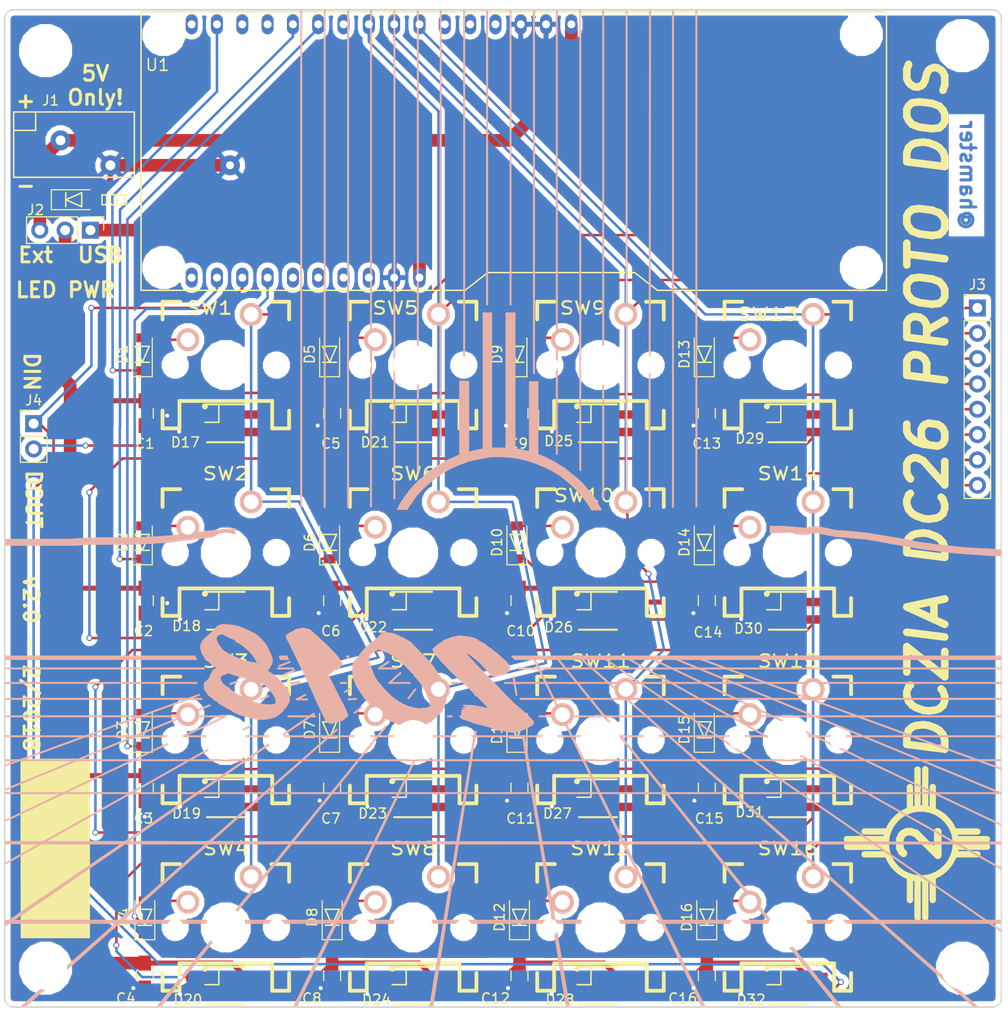
<source format=kicad_pcb>
(kicad_pcb (version 20171130) (host pcbnew "(2017-12-24 revision 570866557)-makepkg")
  (layers (0 F.Cu signal) (31 B.Cu signal) (34 B.Paste user hide) (35 F.Paste user hide) (36 B.SilkS user) (37 F.SilkS user) (38 B.Mask user) (39 F.Mask user) (44 Edge.Cuts user))
  (net 0 "")
  (net 1 VCC)
  (net 2 GNDREF)
  (net 3 R0)
  (net 4 "Net-(D1-Pad2)")
  (net 5 R1)
  (net 6 "Net-(D2-Pad2)")
  (net 7 R2)
  (net 8 "Net-(D3-Pad2)")
  (net 9 R3)
  (net 10 "Net-(D4-Pad2)")
  (net 11 "Net-(D5-Pad2)")
  (net 12 "Net-(D6-Pad2)")
  (net 13 "Net-(D7-Pad2)")
  (net 14 "Net-(D8-Pad2)")
  (net 15 "Net-(D9-Pad2)")
  (net 16 "Net-(D10-Pad2)")
  (net 17 "Net-(D11-Pad2)")
  (net 18 "Net-(D12-Pad2)")
  (net 19 "Net-(D13-Pad2)")
  (net 20 "Net-(D14-Pad2)")
  (net 21 "Net-(D15-Pad2)")
  (net 22 "Net-(D16-Pad2)")
  (net 23 Vin)
  (net 24 Wemos_5V)
  (net 25 C0)
  (net 26 C1)
  (net 27 C2)
  (net 28 C3)
  (net 29 "Net-(U1-Pad32)")
  (net 30 "Net-(U1-Pad1)")
  (net 31 "Net-(U1-Pad30)")
  (net 32 "Net-(U1-Pad29)")
  (net 33 "Net-(U1-Pad5)")
  (net 34 "Net-(U1-Pad6)")
  (net 35 "Net-(U1-Pad7)")
  (net 36 "Net-(U1-Pad8)")
  (net 37 "Net-(U1-Pad22)")
  (net 38 "Net-(U1-Pad21)")
  (net 39 "Net-(U1-Pad20)")
  (net 40 "Net-(U1-Pad26)")
  (net 41 "Net-(D17-Pad3)")
  (net 42 "Net-(D18-Pad3)")
  (net 43 "Net-(D18-Pad1)")
  (net 44 "Net-(D19-Pad3)")
  (net 45 "Net-(D19-Pad1)")
  (net 46 "Net-(D20-Pad3)")
  (net 47 "Net-(D20-Pad1)")
  (net 48 "Net-(D21-Pad3)")
  (net 49 "Net-(D22-Pad3)")
  (net 50 "Net-(D23-Pad3)")
  (net 51 "Net-(D24-Pad3)")
  (net 52 "Net-(D25-Pad3)")
  (net 53 "Net-(D26-Pad3)")
  (net 54 "Net-(D27-Pad3)")
  (net 55 "Net-(D28-Pad3)")
  (net 56 LEDOUT)
  (net 57 LEDIN)
  (module lib_fp:WEMOS_OLED (layer F.Cu) (at 144.3736 58.5724)
    (fp_text reference U1 (at -33.147 -9.144) (layer F.SilkS) (effects (font (size 1.2 1.2))))
    (fp_text value ESP32_OLED)
    (pad 32 thru_hole oval (at -29.718 -13.208) (size 1.2 2) (drill 0.8) (layers *.Cu *.Mask) (net 29 "Net-(U1-Pad32)"))
    (pad 1 thru_hole oval (at -29.718 12.192) (size 1.2 2) (drill 0.8) (layers *.Cu *.Mask) (net 30 "Net-(U1-Pad1)"))
    (pad 31 thru_hole oval (at -27.178 -13.208) (size 1.2 2) (drill 0.8) (layers *.Cu *.Mask) (net 3 R0))
    (pad 2 thru_hole oval (at -27.178 12.192) (size 1.2 2) (drill 0.8) (layers *.Cu *.Mask) (net 9 R3))
    (pad 30 thru_hole oval (at -24.638 -13.208) (size 1.2 2) (drill 0.8) (layers *.Cu *.Mask) (net 31 "Net-(U1-Pad30)"))
    (pad 3 thru_hole oval (at -24.638 12.192) (size 1.2 2) (drill 0.8) (layers *.Cu *.Mask) (net 57 LEDIN))
    (pad 29 thru_hole oval (at -22.098 -13.208) (size 1.2 2) (drill 0.8) (layers *.Cu *.Mask) (net 32 "Net-(U1-Pad29)"))
    (pad 4 thru_hole oval (at -22.098 12.192) (size 1.2 2) (drill 0.8) (layers *.Cu *.Mask) (net 25 C0))
    (pad 28 thru_hole oval (at -19.558 -13.208) (size 1.2 2) (drill 0.8) (layers *.Cu *.Mask) (net 5 R1))
    (pad 5 thru_hole oval (at -19.558 12.192) (size 1.2 2) (drill 0.8) (layers *.Cu *.Mask) (net 33 "Net-(U1-Pad5)"))
    (pad 27 thru_hole oval (at -17.018 -13.208) (size 1.2 2) (drill 0.8) (layers *.Cu *.Mask) (net 7 R2))
    (pad 6 thru_hole oval (at -17.018 12.192) (size 1.2 2) (drill 0.8) (layers *.Cu *.Mask) (net 34 "Net-(U1-Pad6)"))
    (pad 26 thru_hole oval (at -14.478 -13.208) (size 1.2 2) (drill 0.8) (layers *.Cu *.Mask) (net 40 "Net-(U1-Pad26)"))
    (pad 7 thru_hole oval (at -14.478 12.192) (size 1.2 2) (drill 0.8) (layers *.Cu *.Mask) (net 35 "Net-(U1-Pad7)"))
    (pad 25 thru_hole oval (at -11.938 -13.208) (size 1.2 2) (drill 0.8) (layers *.Cu *.Mask) (net 26 C1))
    (pad 8 thru_hole oval (at -11.938 12.192) (size 1.2 2) (drill 0.8) (layers *.Cu *.Mask) (net 36 "Net-(U1-Pad8)"))
    (pad 24 thru_hole oval (at -9.398 -13.208) (size 1.2 2) (drill 0.8) (layers *.Cu *.Mask) (net 27 C2))
    (pad 9 thru_hole oval (at -9.398 12.192) (size 1.2 2) (drill 0.8) (layers *.Cu *.Mask) (net 2 GNDREF))
    (pad 23 thru_hole oval (at -6.858 -13.208) (size 1.2 2) (drill 0.8) (layers *.Cu *.Mask) (net 28 C3))
    (pad 10 thru_hole oval (at -6.858 12.192) (size 1.2 2) (drill 0.8) (layers *.Cu *.Mask) (net 24 Wemos_5V))
    (pad 22 thru_hole oval (at -4.318 -13.208) (size 1.2 2) (drill 0.8) (layers *.Cu *.Mask) (net 37 "Net-(U1-Pad22)"))
    (pad 21 thru_hole oval (at -1.778 -13.208) (size 1.2 2) (drill 0.8) (layers *.Cu *.Mask) (net 38 "Net-(U1-Pad21)"))
    (pad 20 thru_hole oval (at 0.762 -13.208) (size 1.2 2) (drill 0.8) (layers *.Cu *.Mask) (net 39 "Net-(U1-Pad20)"))
    (pad 19 thru_hole oval (at 3.302 -13.208) (size 1.2 2) (drill 0.8) (layers *.Cu *.Mask) (net 2 GNDREF))
    (pad 18 thru_hole oval (at 5.842 -13.208) (size 1.2 2) (drill 0.8) (layers *.Cu *.Mask) (net 2 GNDREF))
    (pad 17 thru_hole oval (at 8.382 -13.208) (size 1.2 2) (drill 0.8) (layers *.Cu *.Mask) (net 23 Vin))
    (pad "" np_thru_hole circle (at 37.488 -12.192) (size 3.302 3.302) (drill 3.302) (layers *.Cu *.Mask))
    (pad "" np_thru_hole circle (at 37.488 11.176) (size 3.302 3.302) (drill 3.302) (layers *.Cu *.Mask))
    (pad "" np_thru_hole circle (at -32.512 11.176) (size 3.302 3.302) (drill 3.302) (layers *.Cu *.Mask))
    (pad "" np_thru_hole circle (at -32.512 -12.192) (size 3.302 3.302) (drill 3.302) (layers *.Cu *.Mask))
  )
  (module lib_fp:CHERRY_SMDLED_100H (layer F.Cu) (at 118.0846 79.5274)
    (fp_text reference SW1 (at -1.651 -5.715) (layer F.SilkS) (effects (font (size 1.27 1.524) (thickness 0.2032))))
    (fp_text value SW_Push hide)
    (pad 1 thru_hole circle (at 2.54 -5.08) (size 2.286 2.286) (drill 1.4986) (layers *.Cu *.SilkS *.Mask) (net 25 C0))
    (pad 2 thru_hole circle (at -3.81 -2.54) (size 2.286 2.286) (drill 1.4986) (layers *.Cu *.SilkS *.Mask) (net 4 "Net-(D1-Pad2)"))
    (pad HOLE np_thru_hole circle (at 0 0) (size 3.9878 3.9878) (drill 3.9878) (layers *.Cu))
    (pad HOLE np_thru_hole circle (at -5.08 0) (size 1.7018 1.7018) (drill 1.7018) (layers *.Cu))
    (pad HOLE np_thru_hole circle (at 5.08 0) (size 1.7018 1.7018) (drill 1.7018) (layers *.Cu))
  )
  (module lib_fp:CHERRY_SMDLED_100H (layer F.Cu) (at 136.8806 117.1194)
    (fp_text reference SW7 (at 0 -7.9) (layer F.SilkS) (effects (font (size 1.27 1.524) (thickness 0.2032))))
    (fp_text value SW_Push hide)
    (pad 1 thru_hole circle (at 2.54 -5.08) (size 2.286 2.286) (drill 1.4986) (layers *.Cu *.SilkS *.Mask) (net 26 C1))
    (pad 2 thru_hole circle (at -3.81 -2.54) (size 2.286 2.286) (drill 1.4986) (layers *.Cu *.SilkS *.Mask) (net 13 "Net-(D7-Pad2)"))
    (pad HOLE np_thru_hole circle (at 0 0) (size 3.9878 3.9878) (drill 3.9878) (layers *.Cu))
    (pad HOLE np_thru_hole circle (at -5.08 0) (size 1.7018 1.7018) (drill 1.7018) (layers *.Cu))
    (pad HOLE np_thru_hole circle (at 5.08 0) (size 1.7018 1.7018) (drill 1.7018) (layers *.Cu))
  )
  (module lib_fp:D_SOD-123-New (layer F.Cu) (at 147.5486 134.8994 90)
    (fp_text reference D12 (at 0 -2 90) (layer F.SilkS))
    (fp_text value D_ALT)
    (pad 1 smd rect (at -1.65 0 90) (size 0.9 1.2) (layers F.Cu F.Paste F.Mask) (net 9 R3))
    (pad 2 smd rect (at 1.65 0 90) (size 0.9 1.2) (layers F.Cu F.Paste F.Mask) (net 18 "Net-(D12-Pad2)"))
  )
  (module lib_fp:D_SOD-123-New (layer F.Cu) (at 166.3446 134.8994 90)
    (fp_text reference D16 (at 0 -2 90) (layer F.SilkS))
    (fp_text value D_ALT)
    (pad 1 smd rect (at -1.65 0 90) (size 0.9 1.2) (layers F.Cu F.Paste F.Mask) (net 9 R3))
    (pad 2 smd rect (at 1.65 0 90) (size 0.9 1.2) (layers F.Cu F.Paste F.Mask) (net 22 "Net-(D16-Pad2)"))
  )
  (module lib_fp:D_SOD-123-New (layer F.Cu) (at 109.9566 134.8994 90)
    (fp_text reference D4 (at 0 -2 90) (layer F.SilkS))
    (fp_text value D_ALT)
    (pad 1 smd rect (at -1.65 0 90) (size 0.9 1.2) (layers F.Cu F.Paste F.Mask) (net 9 R3))
    (pad 2 smd rect (at 1.65 0 90) (size 0.9 1.2) (layers F.Cu F.Paste F.Mask) (net 10 "Net-(D4-Pad2)"))
  )
  (module lib_fp:D_SOD-123-New (layer F.Cu) (at 128.7526 134.8994 90)
    (fp_text reference D8 (at 0 -2 90) (layer F.SilkS))
    (fp_text value D_ALT)
    (pad 1 smd rect (at -1.65 0 90) (size 0.9 1.2) (layers F.Cu F.Paste F.Mask) (net 9 R3))
    (pad 2 smd rect (at 1.65 0 90) (size 0.9 1.2) (layers F.Cu F.Paste F.Mask) (net 14 "Net-(D8-Pad2)"))
  )
  (module lib_fp:D_SOD-123-New (layer F.Cu) (at 166.0906 116.1034 90)
    (fp_text reference D15 (at 0 -2 90) (layer F.SilkS))
    (fp_text value D_ALT)
    (pad 1 smd rect (at -1.65 0 90) (size 0.9 1.2) (layers F.Cu F.Paste F.Mask) (net 7 R2))
    (pad 2 smd rect (at 1.65 0 90) (size 0.9 1.2) (layers F.Cu F.Paste F.Mask) (net 21 "Net-(D15-Pad2)"))
  )
  (module lib_fp:D_SOD-123-New (layer F.Cu) (at 147.2946 116.1034 90)
    (fp_text reference D11 (at 0 -2 90) (layer F.SilkS))
    (fp_text value D_ALT)
    (pad 1 smd rect (at -1.65 0 90) (size 0.9 1.2) (layers F.Cu F.Paste F.Mask) (net 7 R2))
    (pad 2 smd rect (at 1.65 0 90) (size 0.9 1.2) (layers F.Cu F.Paste F.Mask) (net 17 "Net-(D11-Pad2)"))
  )
  (module lib_fp:D_SOD-123-New (layer F.Cu) (at 147.2946 97.3074 90)
    (fp_text reference D10 (at 0 -2 90) (layer F.SilkS))
    (fp_text value D_ALT)
    (pad 1 smd rect (at -1.65 0 90) (size 0.9 1.2) (layers F.Cu F.Paste F.Mask) (net 5 R1))
    (pad 2 smd rect (at 1.65 0 90) (size 0.9 1.2) (layers F.Cu F.Paste F.Mask) (net 16 "Net-(D10-Pad2)"))
  )
  (module lib_fp:D_SOD-123-New (layer F.Cu) (at 166.0906 97.3074 90)
    (fp_text reference D14 (at 0 -2 90) (layer F.SilkS))
    (fp_text value D_ALT)
    (pad 1 smd rect (at -1.65 0 90) (size 0.9 1.2) (layers F.Cu F.Paste F.Mask) (net 5 R1))
    (pad 2 smd rect (at 1.65 0 90) (size 0.9 1.2) (layers F.Cu F.Paste F.Mask) (net 20 "Net-(D14-Pad2)"))
  )
  (module lib_fp:D_SOD-123-New (layer F.Cu) (at 128.4986 116.1034 90)
    (fp_text reference D7 (at 0 -2 90) (layer F.SilkS))
    (fp_text value D_ALT)
    (pad 1 smd rect (at -1.65 0 90) (size 0.9 1.2) (layers F.Cu F.Paste F.Mask) (net 7 R2))
    (pad 2 smd rect (at 1.65 0 90) (size 0.9 1.2) (layers F.Cu F.Paste F.Mask) (net 13 "Net-(D7-Pad2)"))
  )
  (module lib_fp:D_SOD-123-New (layer F.Cu) (at 128.4986 97.3074 90)
    (fp_text reference D6 (at 0 -2 90) (layer F.SilkS))
    (fp_text value D_ALT)
    (pad 1 smd rect (at -1.65 0 90) (size 0.9 1.2) (layers F.Cu F.Paste F.Mask) (net 5 R1))
    (pad 2 smd rect (at 1.65 0 90) (size 0.9 1.2) (layers F.Cu F.Paste F.Mask) (net 12 "Net-(D6-Pad2)"))
  )
  (module lib_fp:D_SOD-123-New (layer F.Cu) (at 109.7026 97.3074 90)
    (fp_text reference D2 (at 0 -2 90) (layer F.SilkS))
    (fp_text value D_ALT)
    (pad 1 smd rect (at -1.65 0 90) (size 0.9 1.2) (layers F.Cu F.Paste F.Mask) (net 5 R1))
    (pad 2 smd rect (at 1.65 0 90) (size 0.9 1.2) (layers F.Cu F.Paste F.Mask) (net 6 "Net-(D2-Pad2)"))
  )
  (module lib_fp:D_SOD-123-New (layer F.Cu) (at 109.7026 116.1034 90)
    (fp_text reference D3 (at 0 -2 90) (layer F.SilkS))
    (fp_text value D_ALT)
    (pad 1 smd rect (at -1.65 0 90) (size 0.9 1.2) (layers F.Cu F.Paste F.Mask) (net 7 R2))
    (pad 2 smd rect (at 1.65 0 90) (size 0.9 1.2) (layers F.Cu F.Paste F.Mask) (net 8 "Net-(D3-Pad2)"))
  )
  (module lib_fp:D_SOD-123-New (layer F.Cu) (at 109.7026 78.448199 90)
    (fp_text reference D1 (at 0 -2 90) (layer F.SilkS))
    (fp_text value D_ALT)
    (pad 1 smd rect (at -1.65 0 90) (size 0.9 1.2) (layers F.Cu F.Paste F.Mask) (net 3 R0))
    (pad 2 smd rect (at 1.65 0 90) (size 0.9 1.2) (layers F.Cu F.Paste F.Mask) (net 4 "Net-(D1-Pad2)"))
  )
  (module lib_fp:D_SOD-123-New (layer F.Cu) (at 128.4986 78.448199 90)
    (fp_text reference D5 (at 0 -2 90) (layer F.SilkS))
    (fp_text value D_ALT)
    (pad 1 smd rect (at -1.65 0 90) (size 0.9 1.2) (layers F.Cu F.Paste F.Mask) (net 3 R0))
    (pad 2 smd rect (at 1.65 0 90) (size 0.9 1.2) (layers F.Cu F.Paste F.Mask) (net 11 "Net-(D5-Pad2)"))
  )
  (module lib_fp:D_SOD-123-New (layer F.Cu) (at 147.2946 78.448199 90)
    (fp_text reference D9 (at 0 -2 90) (layer F.SilkS))
    (fp_text value D_ALT)
    (pad 1 smd rect (at -1.65 0 90) (size 0.9 1.2) (layers F.Cu F.Paste F.Mask) (net 3 R0))
    (pad 2 smd rect (at 1.65 0 90) (size 0.9 1.2) (layers F.Cu F.Paste F.Mask) (net 15 "Net-(D9-Pad2)"))
  )
  (module lib_fp:D_SOD-123-New (layer F.Cu) (at 166.0906 78.448199 90)
    (fp_text reference D13 (at 0 -2 90) (layer F.SilkS))
    (fp_text value D_ALT)
    (pad 1 smd rect (at -1.65 0 90) (size 0.9 1.2) (layers F.Cu F.Paste F.Mask) (net 3 R0))
    (pad 2 smd rect (at 1.65 0 90) (size 0.9 1.2) (layers F.Cu F.Paste F.Mask) (net 19 "Net-(D13-Pad2)"))
  )
  (module lib_fp:CHERRY_SMDLED_100H (layer F.Cu) (at 155.6766 135.9154)
    (fp_text reference SW12 (at 0 -7.9) (layer F.SilkS) (effects (font (size 1.27 1.524) (thickness 0.2032))))
    (fp_text value SW_Push hide)
    (pad 1 thru_hole circle (at 2.54 -5.08) (size 2.286 2.286) (drill 1.4986) (layers *.Cu *.SilkS *.Mask) (net 27 C2))
    (pad 2 thru_hole circle (at -3.81 -2.54) (size 2.286 2.286) (drill 1.4986) (layers *.Cu *.SilkS *.Mask) (net 18 "Net-(D12-Pad2)"))
    (pad HOLE np_thru_hole circle (at 0 0) (size 3.9878 3.9878) (drill 3.9878) (layers *.Cu))
    (pad HOLE np_thru_hole circle (at -5.08 0) (size 1.7018 1.7018) (drill 1.7018) (layers *.Cu))
    (pad HOLE np_thru_hole circle (at 5.08 0) (size 1.7018 1.7018) (drill 1.7018) (layers *.Cu))
  )
  (module lib_fp:CHERRY_SMDLED_100H (layer F.Cu) (at 174.4726 135.9154)
    (fp_text reference SW16 (at 0 -7.9) (layer F.SilkS) (effects (font (size 1.27 1.524) (thickness 0.2032))))
    (fp_text value SW_Push hide)
    (pad 1 thru_hole circle (at 2.54 -5.08) (size 2.286 2.286) (drill 1.4986) (layers *.Cu *.SilkS *.Mask) (net 28 C3))
    (pad 2 thru_hole circle (at -3.81 -2.54) (size 2.286 2.286) (drill 1.4986) (layers *.Cu *.SilkS *.Mask) (net 22 "Net-(D16-Pad2)"))
    (pad HOLE np_thru_hole circle (at 0 0) (size 3.9878 3.9878) (drill 3.9878) (layers *.Cu))
    (pad HOLE np_thru_hole circle (at -5.08 0) (size 1.7018 1.7018) (drill 1.7018) (layers *.Cu))
    (pad HOLE np_thru_hole circle (at 5.08 0) (size 1.7018 1.7018) (drill 1.7018) (layers *.Cu))
  )
  (module lib_fp:CHERRY_SMDLED_100H (layer F.Cu) (at 118.0846 135.9154)
    (fp_text reference SW4 (at 0 -7.9) (layer F.SilkS) (effects (font (size 1.27 1.524) (thickness 0.2032))))
    (fp_text value SW_Push hide)
    (pad 1 thru_hole circle (at 2.54 -5.08) (size 2.286 2.286) (drill 1.4986) (layers *.Cu *.SilkS *.Mask) (net 25 C0))
    (pad 2 thru_hole circle (at -3.81 -2.54) (size 2.286 2.286) (drill 1.4986) (layers *.Cu *.SilkS *.Mask) (net 10 "Net-(D4-Pad2)"))
    (pad HOLE np_thru_hole circle (at 0 0) (size 3.9878 3.9878) (drill 3.9878) (layers *.Cu))
    (pad HOLE np_thru_hole circle (at -5.08 0) (size 1.7018 1.7018) (drill 1.7018) (layers *.Cu))
    (pad HOLE np_thru_hole circle (at 5.08 0) (size 1.7018 1.7018) (drill 1.7018) (layers *.Cu))
  )
  (module lib_fp:CHERRY_SMDLED_100H (layer F.Cu) (at 136.8806 135.9154)
    (fp_text reference SW8 (at 0 -7.9) (layer F.SilkS) (effects (font (size 1.27 1.524) (thickness 0.2032))))
    (fp_text value SW_Push hide)
    (pad 1 thru_hole circle (at 2.54 -5.08) (size 2.286 2.286) (drill 1.4986) (layers *.Cu *.SilkS *.Mask) (net 26 C1))
    (pad 2 thru_hole circle (at -3.81 -2.54) (size 2.286 2.286) (drill 1.4986) (layers *.Cu *.SilkS *.Mask) (net 14 "Net-(D8-Pad2)"))
    (pad HOLE np_thru_hole circle (at 0 0) (size 3.9878 3.9878) (drill 3.9878) (layers *.Cu))
    (pad HOLE np_thru_hole circle (at -5.08 0) (size 1.7018 1.7018) (drill 1.7018) (layers *.Cu))
    (pad HOLE np_thru_hole circle (at 5.08 0) (size 1.7018 1.7018) (drill 1.7018) (layers *.Cu))
  )
  (module lib_fp:CHERRY_SMDLED_100H (layer F.Cu) (at 155.6766 117.1194)
    (fp_text reference SW11 (at 0 -7.9) (layer F.SilkS) (effects (font (size 1.27 1.524) (thickness 0.2032))))
    (fp_text value SW_Push hide)
    (pad 1 thru_hole circle (at 2.54 -5.08) (size 2.286 2.286) (drill 1.4986) (layers *.Cu *.SilkS *.Mask) (net 27 C2))
    (pad 2 thru_hole circle (at -3.81 -2.54) (size 2.286 2.286) (drill 1.4986) (layers *.Cu *.SilkS *.Mask) (net 17 "Net-(D11-Pad2)"))
    (pad HOLE np_thru_hole circle (at 0 0) (size 3.9878 3.9878) (drill 3.9878) (layers *.Cu))
    (pad HOLE np_thru_hole circle (at -5.08 0) (size 1.7018 1.7018) (drill 1.7018) (layers *.Cu))
    (pad HOLE np_thru_hole circle (at 5.08 0) (size 1.7018 1.7018) (drill 1.7018) (layers *.Cu))
  )
  (module lib_fp:CHERRY_SMDLED_100H (layer F.Cu) (at 174.4726 117.1194)
    (fp_text reference SW15 (at 0 -7.9) (layer F.SilkS) (effects (font (size 1.27 1.524) (thickness 0.2032))))
    (fp_text value SW_Push hide)
    (pad 1 thru_hole circle (at 2.54 -5.08) (size 2.286 2.286) (drill 1.4986) (layers *.Cu *.SilkS *.Mask) (net 28 C3))
    (pad 2 thru_hole circle (at -3.81 -2.54) (size 2.286 2.286) (drill 1.4986) (layers *.Cu *.SilkS *.Mask) (net 21 "Net-(D15-Pad2)"))
    (pad HOLE np_thru_hole circle (at 0 0) (size 3.9878 3.9878) (drill 3.9878) (layers *.Cu))
    (pad HOLE np_thru_hole circle (at -5.08 0) (size 1.7018 1.7018) (drill 1.7018) (layers *.Cu))
    (pad HOLE np_thru_hole circle (at 5.08 0) (size 1.7018 1.7018) (drill 1.7018) (layers *.Cu))
  )
  (module lib_fp:CHERRY_SMDLED_100H (layer F.Cu) (at 174.4726 98.3234)
    (fp_text reference SW14 (at 0 -7.9) (layer F.SilkS) (effects (font (size 1.27 1.524) (thickness 0.2032))))
    (fp_text value SW_Push hide)
    (pad 1 thru_hole circle (at 2.54 -5.08) (size 2.286 2.286) (drill 1.4986) (layers *.Cu *.SilkS *.Mask) (net 28 C3))
    (pad 2 thru_hole circle (at -3.81 -2.54) (size 2.286 2.286) (drill 1.4986) (layers *.Cu *.SilkS *.Mask) (net 20 "Net-(D14-Pad2)"))
    (pad HOLE np_thru_hole circle (at 0 0) (size 3.9878 3.9878) (drill 3.9878) (layers *.Cu))
    (pad HOLE np_thru_hole circle (at -5.08 0) (size 1.7018 1.7018) (drill 1.7018) (layers *.Cu))
    (pad HOLE np_thru_hole circle (at 5.08 0) (size 1.7018 1.7018) (drill 1.7018) (layers *.Cu))
  )
  (module lib_fp:CHERRY_SMDLED_100H (layer F.Cu) (at 136.8806 98.3234)
    (fp_text reference SW6 (at 0 -7.9) (layer F.SilkS) (effects (font (size 1.27 1.524) (thickness 0.2032))))
    (fp_text value SW_Push hide)
    (pad 1 thru_hole circle (at 2.54 -5.08) (size 2.286 2.286) (drill 1.4986) (layers *.Cu *.SilkS *.Mask) (net 26 C1))
    (pad 2 thru_hole circle (at -3.81 -2.54) (size 2.286 2.286) (drill 1.4986) (layers *.Cu *.SilkS *.Mask) (net 12 "Net-(D6-Pad2)"))
    (pad HOLE np_thru_hole circle (at 0 0) (size 3.9878 3.9878) (drill 3.9878) (layers *.Cu))
    (pad HOLE np_thru_hole circle (at -5.08 0) (size 1.7018 1.7018) (drill 1.7018) (layers *.Cu))
    (pad HOLE np_thru_hole circle (at 5.08 0) (size 1.7018 1.7018) (drill 1.7018) (layers *.Cu))
  )
  (module lib_fp:CHERRY_SMDLED_100H (layer F.Cu) (at 118.0846 98.3234)
    (fp_text reference SW2 (at 0 -7.9) (layer F.SilkS) (effects (font (size 1.27 1.524) (thickness 0.2032))))
    (fp_text value SW_Push hide)
    (pad 1 thru_hole circle (at 2.54 -5.08) (size 2.286 2.286) (drill 1.4986) (layers *.Cu *.SilkS *.Mask) (net 25 C0))
    (pad 2 thru_hole circle (at -3.81 -2.54) (size 2.286 2.286) (drill 1.4986) (layers *.Cu *.SilkS *.Mask) (net 6 "Net-(D2-Pad2)"))
    (pad HOLE np_thru_hole circle (at 0 0) (size 3.9878 3.9878) (drill 3.9878) (layers *.Cu))
    (pad HOLE np_thru_hole circle (at -5.08 0) (size 1.7018 1.7018) (drill 1.7018) (layers *.Cu))
    (pad HOLE np_thru_hole circle (at 5.08 0) (size 1.7018 1.7018) (drill 1.7018) (layers *.Cu))
  )
  (module lib_fp:CHERRY_SMDLED_100H (layer F.Cu) (at 118.0846 117.1194)
    (fp_text reference SW3 (at 0 -7.9) (layer F.SilkS) (effects (font (size 1.27 1.524) (thickness 0.2032))))
    (fp_text value SW_Push hide)
    (pad 1 thru_hole circle (at 2.54 -5.08) (size 2.286 2.286) (drill 1.4986) (layers *.Cu *.SilkS *.Mask) (net 25 C0))
    (pad 2 thru_hole circle (at -3.81 -2.54) (size 2.286 2.286) (drill 1.4986) (layers *.Cu *.SilkS *.Mask) (net 8 "Net-(D3-Pad2)"))
    (pad HOLE np_thru_hole circle (at 0 0) (size 3.9878 3.9878) (drill 3.9878) (layers *.Cu))
    (pad HOLE np_thru_hole circle (at -5.08 0) (size 1.7018 1.7018) (drill 1.7018) (layers *.Cu))
    (pad HOLE np_thru_hole circle (at 5.08 0) (size 1.7018 1.7018) (drill 1.7018) (layers *.Cu))
  )
  (module lib_fp:CHERRY_SMDLED_100H (layer F.Cu) (at 136.8806 79.5274)
    (fp_text reference SW5 (at -1.778 -5.715) (layer F.SilkS) (effects (font (size 1.27 1.524) (thickness 0.2032))))
    (fp_text value SW_Push hide)
    (pad 1 thru_hole circle (at 2.54 -5.08) (size 2.286 2.286) (drill 1.4986) (layers *.Cu *.SilkS *.Mask) (net 26 C1))
    (pad 2 thru_hole circle (at -3.81 -2.54) (size 2.286 2.286) (drill 1.4986) (layers *.Cu *.SilkS *.Mask) (net 11 "Net-(D5-Pad2)"))
    (pad HOLE np_thru_hole circle (at 0 0) (size 3.9878 3.9878) (drill 3.9878) (layers *.Cu))
    (pad HOLE np_thru_hole circle (at -5.08 0) (size 1.7018 1.7018) (drill 1.7018) (layers *.Cu))
    (pad HOLE np_thru_hole circle (at 5.08 0) (size 1.7018 1.7018) (drill 1.7018) (layers *.Cu))
  )
  (module lib_fp:CHERRY_SMDLED_100H (layer F.Cu) (at 155.6766 79.5274)
    (fp_text reference SW9 (at -1.778 -5.715) (layer F.SilkS) (effects (font (size 1.27 1.524) (thickness 0.2032))))
    (fp_text value SW_Push hide)
    (pad 1 thru_hole circle (at 2.54 -5.08) (size 2.286 2.286) (drill 1.4986) (layers *.Cu *.SilkS *.Mask) (net 27 C2))
    (pad 2 thru_hole circle (at -3.81 -2.54) (size 2.286 2.286) (drill 1.4986) (layers *.Cu *.SilkS *.Mask) (net 15 "Net-(D9-Pad2)"))
    (pad HOLE np_thru_hole circle (at 0 0) (size 3.9878 3.9878) (drill 3.9878) (layers *.Cu))
    (pad HOLE np_thru_hole circle (at -5.08 0) (size 1.7018 1.7018) (drill 1.7018) (layers *.Cu))
    (pad HOLE np_thru_hole circle (at 5.08 0) (size 1.7018 1.7018) (drill 1.7018) (layers *.Cu))
  )
  (module lib_fp:CHERRY_SMDLED_100H (layer F.Cu) (at 174.4726 79.5274)
    (fp_text reference SW13 (at -2.032 -5.08) (layer F.SilkS) (effects (font (size 1.27 1.524) (thickness 0.2032))))
    (fp_text value SW_Push hide)
    (pad 1 thru_hole circle (at 2.54 -5.08) (size 2.286 2.286) (drill 1.4986) (layers *.Cu *.SilkS *.Mask) (net 28 C3))
    (pad 2 thru_hole circle (at -3.81 -2.54) (size 2.286 2.286) (drill 1.4986) (layers *.Cu *.SilkS *.Mask) (net 19 "Net-(D13-Pad2)"))
    (pad HOLE np_thru_hole circle (at 0 0) (size 3.9878 3.9878) (drill 3.9878) (layers *.Cu))
    (pad HOLE np_thru_hole circle (at -5.08 0) (size 1.7018 1.7018) (drill 1.7018) (layers *.Cu))
    (pad HOLE np_thru_hole circle (at 5.08 0) (size 1.7018 1.7018) (drill 1.7018) (layers *.Cu))
  )
  (module Mounting_Holes:MountingHole_4.3mm_M4 (layer F.Cu) (at 192 47.5)
    (fp_text reference REF** hide)
    (fp_text value MountingHole_4.3mm_M4 hide)
    (pad 1 np_thru_hole circle (at 0 0) (size 4.3 4.3) (drill 4.3) (layers *.Cu *.Mask))
  )
  (module lib_fp:LED_RGB_3535 (layer F.Cu) (at 155.4226 141.7574)
    (fp_text reference D28 (at -3.81 1.397 180) (layer F.SilkS))
    (fp_text value LED_RGBW_SK6812)
    (pad 1 smd rect (at -2.5 -0.875 90) (size 0.85 3) (layers F.Cu F.Paste F.Mask) (net 51 "Net-(D24-Pad3)"))
    (pad 2 smd rect (at -2 0.875 90) (size 0.85 4) (layers F.Cu F.Paste F.Mask) (net 2 GNDREF))
    (pad 3 smd rect (at 2.5 0.875 90) (size 0.85 3) (layers F.Cu F.Paste F.Mask) (net 55 "Net-(D28-Pad3)"))
    (pad 4 smd rect (at 2 -0.875 90) (size 0.85 4) (layers F.Cu F.Paste F.Mask) (net 1 VCC))
  )
  (module Capacitors_SMD:C_0805_HandSoldering (layer F.Cu) (at 147.5486 140.7414 270)
    (fp_text reference C12 (at 2.286 2.413) (layer F.SilkS))
    (fp_text value 0.1uF)
    (pad 1 smd rect (at -1.25 0 270) (size 1.5 1.25) (layers F.Cu F.Paste F.Mask) (net 1 VCC))
    (pad 2 smd rect (at 1.25 0 270) (size 1.5 1.25) (layers F.Cu F.Paste F.Mask) (net 2 GNDREF))
  )
  (module Capacitors_SMD:C_0805_HandSoldering (layer F.Cu) (at 166.3446 140.7414 270)
    (fp_text reference C16 (at 2.286 2.413) (layer F.SilkS))
    (fp_text value 0.1uF)
    (pad 1 smd rect (at -1.25 0 270) (size 1.5 1.25) (layers F.Cu F.Paste F.Mask) (net 1 VCC))
    (pad 2 smd rect (at 1.25 0 270) (size 1.5 1.25) (layers F.Cu F.Paste F.Mask) (net 2 GNDREF))
  )
  (module lib_fp:LED_RGB_3535 (layer F.Cu) (at 174.4726 141.7574)
    (fp_text reference D32 (at -3.683 1.397 180) (layer F.SilkS))
    (fp_text value LED_RGBW_SK6812)
    (pad 1 smd rect (at -2.5 -0.875 90) (size 0.85 3) (layers F.Cu F.Paste F.Mask) (net 55 "Net-(D28-Pad3)"))
    (pad 2 smd rect (at -2 0.875 90) (size 0.85 4) (layers F.Cu F.Paste F.Mask) (net 2 GNDREF))
    (pad 3 smd rect (at 2.5 0.875 90) (size 0.85 3) (layers F.Cu F.Paste F.Mask) (net 57 LEDIN))
    (pad 4 smd rect (at 2 -0.875 90) (size 0.85 4) (layers F.Cu F.Paste F.Mask) (net 1 VCC))
  )
  (module Capacitors_SMD:C_0805_HandSoldering (layer F.Cu) (at 128.7526 140.7414 270)
    (fp_text reference C8 (at 2.286 2.032) (layer F.SilkS))
    (fp_text value 0.1uF)
    (pad 1 smd rect (at -1.25 0 270) (size 1.5 1.25) (layers F.Cu F.Paste F.Mask) (net 1 VCC))
    (pad 2 smd rect (at 1.25 0 270) (size 1.5 1.25) (layers F.Cu F.Paste F.Mask) (net 2 GNDREF))
  )
  (module Capacitors_SMD:C_0805_HandSoldering (layer F.Cu) (at 109.9566 140.7414 270)
    (fp_text reference C4 (at 2.286 1.905) (layer F.SilkS))
    (fp_text value 0.1uF)
    (pad 1 smd rect (at -1.25 0 270) (size 1.5 1.25) (layers F.Cu F.Paste F.Mask) (net 1 VCC))
    (pad 2 smd rect (at 1.25 0 270) (size 1.5 1.25) (layers F.Cu F.Paste F.Mask) (net 2 GNDREF))
  )
  (module lib_fp:LED_RGB_3535 (layer F.Cu) (at 118.0846 141.7574)
    (fp_text reference D20 (at -3.81 1.397 180) (layer F.SilkS))
    (fp_text value LED_RGBW_SK6812)
    (pad 1 smd rect (at -2.5 -0.875 90) (size 0.85 3) (layers F.Cu F.Paste F.Mask) (net 47 "Net-(D20-Pad1)"))
    (pad 2 smd rect (at -2 0.875 90) (size 0.85 4) (layers F.Cu F.Paste F.Mask) (net 2 GNDREF))
    (pad 3 smd rect (at 2.5 0.875 90) (size 0.85 3) (layers F.Cu F.Paste F.Mask) (net 46 "Net-(D20-Pad3)"))
    (pad 4 smd rect (at 2 -0.875 90) (size 0.85 4) (layers F.Cu F.Paste F.Mask) (net 1 VCC))
  )
  (module lib_fp:LED_RGB_3535 (layer F.Cu) (at 136.8806 141.7574)
    (fp_text reference D24 (at -3.683 1.397 180) (layer F.SilkS))
    (fp_text value LED_RGBW_SK6812)
    (pad 1 smd rect (at -2.5 -0.875 90) (size 0.85 3) (layers F.Cu F.Paste F.Mask) (net 46 "Net-(D20-Pad3)"))
    (pad 2 smd rect (at -2 0.875 90) (size 0.85 4) (layers F.Cu F.Paste F.Mask) (net 2 GNDREF))
    (pad 3 smd rect (at 2.5 0.875 90) (size 0.85 3) (layers F.Cu F.Paste F.Mask) (net 51 "Net-(D24-Pad3)"))
    (pad 4 smd rect (at 2 -0.875 90) (size 0.85 4) (layers F.Cu F.Paste F.Mask) (net 1 VCC))
  )
  (module lib_fp:LED_RGB_3535 (layer F.Cu) (at 155.4226 104.1654)
    (fp_text reference D26 (at -3.937 1.651 180) (layer F.SilkS))
    (fp_text value LED_RGBW_SK6812)
    (pad 1 smd rect (at -2.5 -0.875 90) (size 0.85 3) (layers F.Cu F.Paste F.Mask) (net 49 "Net-(D22-Pad3)"))
    (pad 2 smd rect (at -2 0.875 90) (size 0.85 4) (layers F.Cu F.Paste F.Mask) (net 2 GNDREF))
    (pad 3 smd rect (at 2.5 0.875 90) (size 0.85 3) (layers F.Cu F.Paste F.Mask) (net 53 "Net-(D26-Pad3)"))
    (pad 4 smd rect (at 2 -0.875 90) (size 0.85 4) (layers F.Cu F.Paste F.Mask) (net 1 VCC))
  )
  (module lib_fp:LED_RGB_3535 (layer F.Cu) (at 155.4226 122.9614)
    (fp_text reference D27 (at -4.064 1.524 180) (layer F.SilkS))
    (fp_text value LED_RGBW_SK6812)
    (pad 1 smd rect (at -2.5 -0.875 90) (size 0.85 3) (layers F.Cu F.Paste F.Mask) (net 50 "Net-(D23-Pad3)"))
    (pad 2 smd rect (at -2 0.875 90) (size 0.85 4) (layers F.Cu F.Paste F.Mask) (net 2 GNDREF))
    (pad 3 smd rect (at 2.5 0.875 90) (size 0.85 3) (layers F.Cu F.Paste F.Mask) (net 54 "Net-(D27-Pad3)"))
    (pad 4 smd rect (at 2 -0.875 90) (size 0.85 4) (layers F.Cu F.Paste F.Mask) (net 1 VCC))
  )
  (module lib_fp:LED_RGB_3535 (layer F.Cu) (at 174.4726 104.1654)
    (fp_text reference D30 (at -3.937 1.778 180) (layer F.SilkS))
    (fp_text value LED_RGBW_SK6812)
    (pad 1 smd rect (at -2.5 -0.875 90) (size 0.85 3) (layers F.Cu F.Paste F.Mask) (net 53 "Net-(D26-Pad3)"))
    (pad 2 smd rect (at -2 0.875 90) (size 0.85 4) (layers F.Cu F.Paste F.Mask) (net 2 GNDREF))
    (pad 3 smd rect (at 2.5 0.875 90) (size 0.85 3) (layers F.Cu F.Paste F.Mask) (net 45 "Net-(D19-Pad1)"))
    (pad 4 smd rect (at 2 -0.875 90) (size 0.85 4) (layers F.Cu F.Paste F.Mask) (net 1 VCC))
  )
  (module lib_fp:LED_RGB_3535 (layer F.Cu) (at 174.4726 122.9614)
    (fp_text reference D31 (at -3.81 1.397 180) (layer F.SilkS))
    (fp_text value LED_RGBW_SK6812)
    (pad 1 smd rect (at -2.5 -0.875 90) (size 0.85 3) (layers F.Cu F.Paste F.Mask) (net 54 "Net-(D27-Pad3)"))
    (pad 2 smd rect (at -2 0.875 90) (size 0.85 4) (layers F.Cu F.Paste F.Mask) (net 2 GNDREF))
    (pad 3 smd rect (at 2.5 0.875 90) (size 0.85 3) (layers F.Cu F.Paste F.Mask) (net 47 "Net-(D20-Pad1)"))
    (pad 4 smd rect (at 2 -0.875 90) (size 0.85 4) (layers F.Cu F.Paste F.Mask) (net 1 VCC))
  )
  (module lib_fp:LED_RGB_3535 (layer F.Cu) (at 118.0846 122.9614)
    (fp_text reference D19 (at -3.937 1.524 180) (layer F.SilkS))
    (fp_text value LED_RGBW_SK6812)
    (pad 1 smd rect (at -2.5 -0.875 90) (size 0.85 3) (layers F.Cu F.Paste F.Mask) (net 45 "Net-(D19-Pad1)"))
    (pad 2 smd rect (at -2 0.875 90) (size 0.85 4) (layers F.Cu F.Paste F.Mask) (net 2 GNDREF))
    (pad 3 smd rect (at 2.5 0.875 90) (size 0.85 3) (layers F.Cu F.Paste F.Mask) (net 44 "Net-(D19-Pad3)"))
    (pad 4 smd rect (at 2 -0.875 90) (size 0.85 4) (layers F.Cu F.Paste F.Mask) (net 1 VCC))
  )
  (module Capacitors_SMD:C_0805_HandSoldering (layer F.Cu) (at 128.7526 121.9454 270)
    (fp_text reference C7 (at 3.048 0.127) (layer F.SilkS))
    (fp_text value 0.1uF)
    (pad 1 smd rect (at -1.25 0 270) (size 1.5 1.25) (layers F.Cu F.Paste F.Mask) (net 1 VCC))
    (pad 2 smd rect (at 1.25 0 270) (size 1.5 1.25) (layers F.Cu F.Paste F.Mask) (net 2 GNDREF))
  )
  (module lib_fp:LED_RGB_3535 (layer F.Cu) (at 136.8806 122.9614)
    (fp_text reference D23 (at -4.064 1.524 180) (layer F.SilkS))
    (fp_text value LED_RGBW_SK6812)
    (pad 1 smd rect (at -2.5 -0.875 90) (size 0.85 3) (layers F.Cu F.Paste F.Mask) (net 44 "Net-(D19-Pad3)"))
    (pad 2 smd rect (at -2 0.875 90) (size 0.85 4) (layers F.Cu F.Paste F.Mask) (net 2 GNDREF))
    (pad 3 smd rect (at 2.5 0.875 90) (size 0.85 3) (layers F.Cu F.Paste F.Mask) (net 50 "Net-(D23-Pad3)"))
    (pad 4 smd rect (at 2 -0.875 90) (size 0.85 4) (layers F.Cu F.Paste F.Mask) (net 1 VCC))
  )
  (module lib_fp:LED_RGB_3535 (layer F.Cu) (at 118.0846 104.1654)
    (fp_text reference D18 (at -3.937 1.524 180) (layer F.SilkS))
    (fp_text value LED_RGBW_SK6812)
    (pad 1 smd rect (at -2.5 -0.875 90) (size 0.85 3) (layers F.Cu F.Paste F.Mask) (net 43 "Net-(D18-Pad1)"))
    (pad 2 smd rect (at -2 0.875 90) (size 0.85 4) (layers F.Cu F.Paste F.Mask) (net 2 GNDREF))
    (pad 3 smd rect (at 2.5 0.875 90) (size 0.85 3) (layers F.Cu F.Paste F.Mask) (net 42 "Net-(D18-Pad3)"))
    (pad 4 smd rect (at 2 -0.875 90) (size 0.85 4) (layers F.Cu F.Paste F.Mask) (net 1 VCC))
  )
  (module Capacitors_SMD:C_0805_HandSoldering (layer F.Cu) (at 128.7526 103.1494 270)
    (fp_text reference C6 (at 3.048 0.127) (layer F.SilkS))
    (fp_text value 0.1uF)
    (pad 1 smd rect (at -1.25 0 270) (size 1.5 1.25) (layers F.Cu F.Paste F.Mask) (net 1 VCC))
    (pad 2 smd rect (at 1.25 0 270) (size 1.5 1.25) (layers F.Cu F.Paste F.Mask) (net 2 GNDREF))
  )
  (module lib_fp:LED_RGB_3535 (layer F.Cu) (at 136.8806 104.1654)
    (fp_text reference D22 (at -4.064 1.651 180) (layer F.SilkS))
    (fp_text value LED_RGBW_SK6812)
    (pad 1 smd rect (at -2.5 -0.875 90) (size 0.85 3) (layers F.Cu F.Paste F.Mask) (net 42 "Net-(D18-Pad3)"))
    (pad 2 smd rect (at -2 0.875 90) (size 0.85 4) (layers F.Cu F.Paste F.Mask) (net 2 GNDREF))
    (pad 3 smd rect (at 2.5 0.875 90) (size 0.85 3) (layers F.Cu F.Paste F.Mask) (net 49 "Net-(D22-Pad3)"))
    (pad 4 smd rect (at 2 -0.875 90) (size 0.85 4) (layers F.Cu F.Paste F.Mask) (net 1 VCC))
  )
  (module Capacitors_SMD:C_0805_HandSoldering (layer F.Cu) (at 147.5486 103.1494 270)
    (fp_text reference C10 (at 3.048 -0.127) (layer F.SilkS))
    (fp_text value 0.1uF)
    (pad 1 smd rect (at -1.25 0 270) (size 1.5 1.25) (layers F.Cu F.Paste F.Mask) (net 1 VCC))
    (pad 2 smd rect (at 1.25 0 270) (size 1.5 1.25) (layers F.Cu F.Paste F.Mask) (net 2 GNDREF))
  )
  (module Capacitors_SMD:C_0805_HandSoldering (layer F.Cu) (at 166.3446 103.1494 270)
    (fp_text reference C14 (at 3.175 -0.127) (layer F.SilkS))
    (fp_text value 0.1uF)
    (pad 1 smd rect (at -1.25 0 270) (size 1.5 1.25) (layers F.Cu F.Paste F.Mask) (net 1 VCC))
    (pad 2 smd rect (at 1.25 0 270) (size 1.5 1.25) (layers F.Cu F.Paste F.Mask) (net 2 GNDREF))
  )
  (module Capacitors_SMD:C_0805_HandSoldering (layer F.Cu) (at 166.3446 121.9454 270)
    (fp_text reference C15 (at 3.048 -0.254) (layer F.SilkS))
    (fp_text value 0.1uF)
    (pad 1 smd rect (at -1.25 0 270) (size 1.5 1.25) (layers F.Cu F.Paste F.Mask) (net 1 VCC))
    (pad 2 smd rect (at 1.25 0 270) (size 1.5 1.25) (layers F.Cu F.Paste F.Mask) (net 2 GNDREF))
  )
  (module Capacitors_SMD:C_0805_HandSoldering (layer F.Cu) (at 147.5486 121.9454 270)
    (fp_text reference C11 (at 3.048 -0.127) (layer F.SilkS))
    (fp_text value 0.1uF)
    (pad 1 smd rect (at -1.25 0 270) (size 1.5 1.25) (layers F.Cu F.Paste F.Mask) (net 1 VCC))
    (pad 2 smd rect (at 1.25 0 270) (size 1.5 1.25) (layers F.Cu F.Paste F.Mask) (net 2 GNDREF))
  )
  (module Capacitors_SMD:C_0805_HandSoldering (layer F.Cu) (at 109.9566 103.1494 270)
    (fp_text reference C2 (at 3.048 0.127) (layer F.SilkS))
    (fp_text value 0.1uF)
    (pad 1 smd rect (at -1.25 0 270) (size 1.5 1.25) (layers F.Cu F.Paste F.Mask) (net 1 VCC))
    (pad 2 smd rect (at 1.25 0 270) (size 1.5 1.25) (layers F.Cu F.Paste F.Mask) (net 2 GNDREF))
  )
  (module Capacitors_SMD:C_0805_HandSoldering (layer F.Cu) (at 109.9566 121.9454 270)
    (fp_text reference C3 (at 3.048 0.127) (layer F.SilkS))
    (fp_text value 0.1uF)
    (pad 1 smd rect (at -1.25 0 270) (size 1.5 1.25) (layers F.Cu F.Paste F.Mask) (net 1 VCC))
    (pad 2 smd rect (at 1.25 0 270) (size 1.5 1.25) (layers F.Cu F.Paste F.Mask) (net 2 GNDREF))
  )
  (module Capacitors_SMD:C_0805_HandSoldering (layer F.Cu) (at 109.9566 84.3534 270)
    (fp_text reference C1 (at 3.048 0) (layer F.SilkS))
    (fp_text value 0.1uF)
    (pad 1 smd rect (at -1.25 0 270) (size 1.5 1.25) (layers F.Cu F.Paste F.Mask) (net 1 VCC))
    (pad 2 smd rect (at 1.25 0 270) (size 1.5 1.25) (layers F.Cu F.Paste F.Mask) (net 2 GNDREF))
  )
  (module Capacitors_SMD:C_0805_HandSoldering (layer F.Cu) (at 128.7526 84.3534 270)
    (fp_text reference C5 (at 3.048 0.127) (layer F.SilkS))
    (fp_text value 0.1uF)
    (pad 1 smd rect (at -1.25 0 270) (size 1.5 1.25) (layers F.Cu F.Paste F.Mask) (net 1 VCC))
    (pad 2 smd rect (at 1.25 0 270) (size 1.5 1.25) (layers F.Cu F.Paste F.Mask) (net 2 GNDREF))
  )
  (module Capacitors_SMD:C_0805_HandSoldering (layer F.Cu) (at 147.5486 84.3534 270)
    (fp_text reference C9 (at 3.048 0.127) (layer F.SilkS))
    (fp_text value 0.1uF)
    (pad 1 smd rect (at -1.25 0 270) (size 1.5 1.25) (layers F.Cu F.Paste F.Mask) (net 1 VCC))
    (pad 2 smd rect (at 1.25 0 270) (size 1.5 1.25) (layers F.Cu F.Paste F.Mask) (net 2 GNDREF))
  )
  (module Capacitors_SMD:C_0805_HandSoldering (layer F.Cu) (at 166.3446 84.3534 270)
    (fp_text reference C13 (at 3.048 0) (layer F.SilkS))
    (fp_text value 0.1uF)
    (pad 1 smd rect (at -1.25 0 270) (size 1.5 1.25) (layers F.Cu F.Paste F.Mask) (net 1 VCC))
    (pad 2 smd rect (at 1.25 0 270) (size 1.5 1.25) (layers F.Cu F.Paste F.Mask) (net 2 GNDREF))
  )
  (module Pin_Headers:Pin_Header_Straight_1x03_Pitch2.54mm (layer F.Cu) (at 104.5 66 270)
    (fp_text reference J2 (at -2.0174 5.5036) (layer F.SilkS))
    (fp_text value "LED Power Select" hide)
    (pad 1 thru_hole rect (at 0 0 270) (size 1.7 1.7) (drill 1) (layers *.Cu *.Mask) (net 24 Wemos_5V))
    (pad 2 thru_hole oval (at 0 2.54 270) (size 1.7 1.7) (drill 1) (layers *.Cu *.Mask) (net 1 VCC))
    (pad 3 thru_hole oval (at 0 5.08 270) (size 1.7 1.7) (drill 1) (layers *.Cu *.Mask) (net 23 Vin))
  )
  (module lib_fp:LED_RGB_3535 (layer F.Cu) (at 118.0846 85.3694)
    (fp_text reference D17 (at -4.064 1.905 180) (layer F.SilkS))
    (fp_text value LED_RGBW_SK6812)
    (pad 1 smd rect (at -2.5 -0.875 90) (size 0.85 3) (layers F.Cu F.Paste F.Mask) (net 56 LEDOUT))
    (pad 2 smd rect (at -2 0.875 90) (size 0.85 4) (layers F.Cu F.Paste F.Mask) (net 2 GNDREF))
    (pad 3 smd rect (at 2.5 0.875 90) (size 0.85 3) (layers F.Cu F.Paste F.Mask) (net 41 "Net-(D17-Pad3)"))
    (pad 4 smd rect (at 2 -0.875 90) (size 0.85 4) (layers F.Cu F.Paste F.Mask) (net 1 VCC))
  )
  (module lib_fp:LED_RGB_3535 (layer F.Cu) (at 136.8806 85.3694)
    (fp_text reference D21 (at -3.81 1.905 180) (layer F.SilkS))
    (fp_text value LED_RGBW_SK6812)
    (pad 1 smd rect (at -2.5 -0.875 90) (size 0.85 3) (layers F.Cu F.Paste F.Mask) (net 41 "Net-(D17-Pad3)"))
    (pad 2 smd rect (at -2 0.875 90) (size 0.85 4) (layers F.Cu F.Paste F.Mask) (net 2 GNDREF))
    (pad 3 smd rect (at 2.5 0.875 90) (size 0.85 3) (layers F.Cu F.Paste F.Mask) (net 48 "Net-(D21-Pad3)"))
    (pad 4 smd rect (at 2 -0.875 90) (size 0.85 4) (layers F.Cu F.Paste F.Mask) (net 1 VCC))
  )
  (module lib_fp:LED_RGB_3535 (layer F.Cu) (at 155.4226 85.3694)
    (fp_text reference D25 (at -3.937 1.778) (layer F.SilkS))
    (fp_text value LED_RGBW_SK6812)
    (pad 1 smd rect (at -2.5 -0.875 90) (size 0.85 3) (layers F.Cu F.Paste F.Mask) (net 48 "Net-(D21-Pad3)"))
    (pad 2 smd rect (at -2 0.875 90) (size 0.85 4) (layers F.Cu F.Paste F.Mask) (net 2 GNDREF))
    (pad 3 smd rect (at 2.5 0.875 90) (size 0.85 3) (layers F.Cu F.Paste F.Mask) (net 52 "Net-(D25-Pad3)"))
    (pad 4 smd rect (at 2 -0.875 90) (size 0.85 4) (layers F.Cu F.Paste F.Mask) (net 1 VCC))
  )
  (module lib_fp:LED_RGB_3535 (layer F.Cu) (at 174.4726 85.3694)
    (fp_text reference D29 (at -3.81 1.524) (layer F.SilkS))
    (fp_text value LED_RGBW_SK6812)
    (pad 1 smd rect (at -2.5 -0.875 90) (size 0.85 3) (layers F.Cu F.Paste F.Mask) (net 52 "Net-(D25-Pad3)"))
    (pad 2 smd rect (at -2 0.875 90) (size 0.85 4) (layers F.Cu F.Paste F.Mask) (net 2 GNDREF))
    (pad 3 smd rect (at 2.5 0.875 90) (size 0.85 3) (layers F.Cu F.Paste F.Mask) (net 43 "Net-(D18-Pad1)"))
    (pad 4 smd rect (at 2 -0.875 90) (size 0.85 4) (layers F.Cu F.Paste F.Mask) (net 1 VCC))
  )
  (module Wire_Pads:SolderWirePad_single_0-8mmDrill (layer F.Cu) (at 118.5 59.5)
    (fp_text reference REF** hide)
    (fp_text value SolderWirePad_single_0-8mmDrill hide)
    (pad 1 thru_hole circle (at 0 0) (size 1.99898 1.99898) (drill 0.8001) (layers *.Cu *.Mask) (net 2 GNDREF))
  )
  (module Mounting_Holes:MountingHole_4.3mm_M4 (layer F.Cu) (at 192 140)
    (fp_text reference REF** hide)
    (fp_text value MountingHole_4.3mm_M4 hide)
    (pad 1 np_thru_hole circle (at 0 0) (size 4.3 4.3) (drill 4.3) (layers *.Cu *.Mask))
  )
  (module Mounting_Holes:MountingHole_4.3mm_M4 (layer F.Cu) (at 100 140)
    (fp_text reference REF** hide)
    (fp_text value MountingHole_4.3mm_M4 hide)
    (pad 1 np_thru_hole circle (at 0 0) (size 4.3 4.3) (drill 4.3) (layers *.Cu *.Mask))
  )
  (module Mounting_Holes:MountingHole_4.3mm_M4 (layer F.Cu) (at 100 48)
    (fp_text reference REF** hide)
    (fp_text value MountingHole_4.3mm_M4 hide)
    (pad 1 np_thru_hole circle (at 0 0) (size 4.3 4.3) (drill 4.3) (layers *.Cu *.Mask))
  )
  (module Pin_Headers:Pin_Header_Straight_1x08_Pitch2.54mm (layer F.Cu) (at 193.5 73.8)
    (fp_text reference J3 (at 0 -2.33) (layer F.SilkS))
    (fp_text value "Key Debug")
    (pad 1 thru_hole rect (at 0 0) (size 1.7 1.7) (drill 1) (layers *.Cu *.Mask) (net 25 C0))
    (pad 2 thru_hole oval (at 0 2.54) (size 1.7 1.7) (drill 1) (layers *.Cu *.Mask) (net 26 C1))
    (pad 3 thru_hole oval (at 0 5.08) (size 1.7 1.7) (drill 1) (layers *.Cu *.Mask) (net 27 C2))
    (pad 4 thru_hole oval (at 0 7.62) (size 1.7 1.7) (drill 1) (layers *.Cu *.Mask) (net 28 C3))
    (pad 5 thru_hole oval (at 0 10.16) (size 1.7 1.7) (drill 1) (layers *.Cu *.Mask) (net 3 R0))
    (pad 6 thru_hole oval (at 0 12.7) (size 1.7 1.7) (drill 1) (layers *.Cu *.Mask) (net 5 R1))
    (pad 7 thru_hole oval (at 0 15.24) (size 1.7 1.7) (drill 1) (layers *.Cu *.Mask) (net 7 R2))
    (pad 8 thru_hole oval (at 0 17.78) (size 1.7 1.7) (drill 1) (layers *.Cu *.Mask) (net 9 R3))
  )
  (module Pin_Headers:Pin_Header_Straight_1x02_Pitch2.54mm (layer F.Cu) (at 98.8 85.4)
    (fp_text reference J4 (at 0 -2.33) (layer F.SilkS))
    (fp_text value "LED Debug")
    (pad 1 thru_hole rect (at 0 0) (size 1.7 1.7) (drill 1) (layers *.Cu *.Mask) (net 57 LEDIN))
    (pad 2 thru_hole oval (at 0 2.54) (size 1.7 1.7) (drill 1) (layers *.Cu *.Mask) (net 56 LEDOUT))
  )
  (module lib_fp:TE_Modular_2.5_Screwless (layer F.Cu) (at 104 57 270)
    (fp_text reference J1 (at -4 3.5) (layer F.SilkS))
    (fp_text value "Ext Power")
    (pad 2 thru_hole circle (at 2.5 -2.5 270) (size 2 2) (drill 1) (layers *.Cu *.Mask) (net 2 GNDREF))
    (pad 1 thru_hole circle (at 0 2.5 270) (size 2 2) (drill 1) (layers *.Cu *.Mask) (net 23 Vin))
  )
  (module lib_fp:CHERRY_SMDLED_100H (layer F.Cu) (at 155.6766 98.3234)
    (fp_text reference SW10 (at -1.651 -5.715) (layer F.SilkS) (effects (font (size 1.27 1.524) (thickness 0.2032))))
    (fp_text value SW_Push hide)
    (pad HOLE np_thru_hole circle (at 5.08 0) (size 1.7018 1.7018) (drill 1.7018) (layers *.Cu))
    (pad HOLE np_thru_hole circle (at -5.08 0) (size 1.7018 1.7018) (drill 1.7018) (layers *.Cu))
    (pad HOLE np_thru_hole circle (at 0 0) (size 3.9878 3.9878) (drill 3.9878) (layers *.Cu))
    (pad 2 thru_hole circle (at -3.81 -2.54) (size 2.286 2.286) (drill 1.4986) (layers *.Cu *.SilkS *.Mask) (net 16 "Net-(D10-Pad2)"))
    (pad 1 thru_hole circle (at 2.54 -5.08) (size 2.286 2.286) (drill 1.4986) (layers *.Cu *.SilkS *.Mask) (net 27 C2))
  )
  (module lib_fp:D_SOD-123-New (layer F.Cu) (at 102.825 62.95)
    (fp_text reference D33 (at 4.05 0.05) (layer F.SilkS))
    (fp_text value 5.1v)
    (pad 2 smd rect (at 1.65 0) (size 0.9 1.2) (layers F.Cu F.Paste F.Mask) (net 2 GNDREF))
    (pad 1 smd rect (at -1.65 0) (size 0.9 1.2) (layers F.Cu F.Paste F.Mask) (net 23 Vin))
  )
  (gr_text @hamster (at 192.525 60.5 270) (layer B.Cu) (effects (font (size 1.5 1.5) (thickness 0.3)) (justify mirror)))
  (gr_text "v2.0 - 2/2018" (at 98.525 109.5 270) (layer F.SilkS) (effects (font (size 1.5 1.5) (thickness 0.3))))
  (gr_poly (pts (xy 97.55 119.075) (xy 104.375 119.075) (xy 104.375 136.925) (xy 97.575 136.925)) (layer F.SilkS) (width 0.15))
  (gr_text DOUT (at 98.8 93 270) (layer F.SilkS) (effects (font (size 1.5 1.5) (thickness 0.3))))
  (gr_text DIN (at 98.6 80.2 270) (layer F.SilkS) (effects (font (size 1.5 1.5) (thickness 0.3))))
  (gr_text + (at 98 53) (layer F.SilkS) (effects (font (size 1.5 1.5) (thickness 0.3))))
  (gr_text - (at 98 61.5) (layer F.SilkS) (effects (font (size 1.5 1.5) (thickness 0.3))))
  (gr_line (start 125.65 43.95) (end 125.65 93.7) (layer B.SilkS) (width 0.2))
  (gr_line (start 128 93.75) (end 128 43.95) (layer B.SilkS) (width 0.2))
  (gr_line (start 130.35 43.95) (end 130.35 93.75) (layer B.SilkS) (width 0.2))
  (gr_line (start 132.65 93.7) (end 132.65 43.95) (layer B.SilkS) (width 0.2))
  (gr_line (start 135 43.9) (end 135 92.9) (layer B.SilkS) (width 0.2))
  (gr_line (start 137.35 90.15) (end 137.35 43.95) (layer B.SilkS) (width 0.2))
  (gr_line (start 139.65 43.95) (end 139.65 88.55) (layer B.SilkS) (width 0.2))
  (gr_line (start 142 80.35) (end 142 43.95) (layer B.SilkS) (width 0.2))
  (gr_line (start 144.3 43.95) (end 144.3 73.45) (layer B.SilkS) (width 0.2))
  (gr_line (start 146.65 73.45) (end 146.65 43.95) (layer B.SilkS) (width 0.2))
  (gr_line (start 149 43.95) (end 149 80.35) (layer B.SilkS) (width 0.2))
  (gr_line (start 151.3 88.45) (end 151.3 43.95) (layer B.SilkS) (width 0.2))
  (gr_line (start 153.65 43.9) (end 153.65 90.05) (layer B.SilkS) (width 0.2))
  (gr_line (start 155.95 92.85) (end 155.95 43.95) (layer B.SilkS) (width 0.2))
  (gr_line (start 158.3 43.9) (end 158.3 93.75) (layer B.SilkS) (width 0.2))
  (gr_line (start 160.65 43.9) (end 160.6 93.7) (layer B.SilkS) (width 0.2))
  (gr_line (start 162.95 93.75) (end 162.95 43.95) (layer B.SilkS) (width 0.2))
  (gr_line (start 165.3 43.9) (end 165.3 93.7) (layer B.SilkS) (width 0.2))
  (gr_line (start 147.4 109.95) (end 195.85 109.95) (layer B.SilkS) (width 0.2))
  (gr_line (start 195.85 114.75) (end 149.55 114.75) (layer B.SilkS) (width 0.2))
  (gr_line (start 147.65 113) (end 195.85 113) (layer B.SilkS) (width 0.2))
  (gr_line (start 146.1 111.4) (end 195.85 111.4) (layer B.SilkS) (width 0.2))
  (gr_line (start 147.25 112.6) (end 146.95 110.8) (layer B.SilkS) (width 0.2))
  (gr_line (start 140.75 111.4) (end 141.3 111.4) (layer B.SilkS) (width 0.2))
  (gr_line (start 140.35 114.75) (end 140.75 114.75) (layer B.SilkS) (width 0.2))
  (gr_line (start 133.45 109.95) (end 134.4 109.3) (layer B.SilkS) (width 0.2))
  (gr_line (start 133.45 109.95) (end 135.2 109.95) (layer B.SilkS) (width 0.2))
  (gr_line (start 134.5 111.4) (end 135.6 110.4) (layer B.SilkS) (width 0.2))
  (gr_line (start 134.5 111.4) (end 136.55 111.4) (layer B.SilkS) (width 0.2))
  (gr_line (start 136.4 112.95) (end 137.1 112.05) (layer B.SilkS) (width 0.2))
  (gr_line (start 129.6 111.4) (end 130.2 111.4) (layer B.SilkS) (width 0.2))
  (gr_line (start 130.05 112.3) (end 130.5 112) (layer B.SilkS) (width 0.2))
  (gr_line (start 130.4 113.05) (end 131.15 113) (layer B.SilkS) (width 0.2))
  (gr_line (start 131 114.4) (end 131.7 113.85) (layer B.SilkS) (width 0.2))
  (gr_line (start 124.35 114.75) (end 127.05 114.75) (layer B.SilkS) (width 0.2))
  (gr_line (start 125.2 113.05) (end 126.25 113.05) (layer B.SilkS) (width 0.2))
  (gr_line (start 125.2 113.05) (end 126.05 112.6) (layer B.SilkS) (width 0.2))
  (gr_line (start 124.7 111.4) (end 125.5 111.4) (layer B.SilkS) (width 0.2))
  (gr_line (start 123.3 109.95) (end 124.85 109.95) (layer B.SilkS) (width 0.2))
  (gr_line (start 124.75 111.55) (end 125.4 111.25) (layer B.SilkS) (width 0.2))
  (gr_line (start 123.95 110.55) (end 124.95 110.15) (layer B.SilkS) (width 0.2))
  (gr_line (start 123.45 109.7) (end 124.5 109.3) (layer B.SilkS) (width 0.2))
  (gr_line (start 121.65 113.05) (end 122.35 112.7) (layer B.SilkS) (width 0.2))
  (gr_line (start 118.55 111.5) (end 119.25 111.25) (layer B.SilkS) (width 0.2))
  (gr_line (start 95.9 119.7) (end 115.4 112.6) (layer B.SilkS) (width 0.2))
  (gr_line (start 95.95 122.1) (end 116.45 113.65) (layer B.SilkS) (width 0.2))
  (gr_line (start 95.9 125.25) (end 118.05 114.75) (layer B.SilkS) (width 0.2))
  (gr_line (start 95.9 129.55) (end 120.55 115.7) (layer B.SilkS) (width 0.2))
  (gr_line (start 126.9 114.5) (end 95.9 135.55) (layer B.SilkS) (width 0.2))
  (gr_line (start 95.9 135.75) (end 126.9 114.5) (layer B.SilkS) (width 0.2))
  (gr_line (start 129.2 116.1) (end 97.6 143.85) (layer B.SilkS) (width 0.2))
  (gr_line (start 97.9 143.85) (end 129.2 116.1) (layer B.SilkS) (width 0.2))
  (gr_line (start 134.1 115.8) (end 111.25 143.85) (layer B.SilkS) (width 0.2))
  (gr_line (start 111.5 143.85) (end 134.1 115.8) (layer B.SilkS) (width 0.2))
  (gr_line (start 138.4 116.3) (end 124.95 143.85) (layer B.SilkS) (width 0.2))
  (gr_line (start 125.15 143.85) (end 138.4 116.3) (layer B.SilkS) (width 0.2))
  (gr_line (start 143.1 116.3) (end 138.6 143.85) (layer B.SilkS) (width 0.2))
  (gr_line (start 143.15 116.3) (end 143.1 116.3) (layer B.SilkS) (width 0.2))
  (gr_line (start 138.8 143.85) (end 143.15 116.3) (layer B.SilkS) (width 0.2))
  (gr_line (start 147.9 116.75) (end 152.3 143.85) (layer B.SilkS) (width 0.2))
  (gr_line (start 148 116.75) (end 147.9 116.75) (layer B.SilkS) (width 0.2))
  (gr_line (start 152.5 143.85) (end 148 116.75) (layer B.SilkS) (width 0.2))
  (gr_line (start 148.95 108.85) (end 165.9 143.85) (layer B.SilkS) (width 0.2))
  (gr_line (start 166.1 143.85) (end 148.95 108.85) (layer B.SilkS) (width 0.2))
  (gr_line (start 151.2 108.75) (end 179.55 143.9) (layer B.SilkS) (width 0.2))
  (gr_line (start 179.8 143.9) (end 151.2 108.75) (layer B.SilkS) (width 0.2))
  (gr_line (start 153.55 108.8) (end 193.25 143.9) (layer B.SilkS) (width 0.2))
  (gr_line (start 193.5 143.9) (end 153.55 108.8) (layer B.SilkS) (width 0.2))
  (gr_line (start 195.85 120) (end 165.3 108.85) (layer B.SilkS) (width 0.2))
  (gr_line (start 195.85 122.45) (end 162.85 108.85) (layer B.SilkS) (width 0.2))
  (gr_line (start 195.9 125.65) (end 160.65 108.9) (layer B.SilkS) (width 0.2))
  (gr_line (start 195.85 130) (end 158.15 108.8) (layer B.SilkS) (width 0.2))
  (gr_line (start 195.85 136.25) (end 155.85 108.8) (layer B.SilkS) (width 0.2))
  (gr_line (start 95.95 135.45) (end 195.85 135.45) (layer B.SilkS) (width 0.2))
  (gr_line (start 95.95 135.25) (end 95.95 135.45) (layer B.SilkS) (width 0.2))
  (gr_line (start 195.85 135.25) (end 95.95 135.25) (layer B.SilkS) (width 0.2))
  (gr_line (start 95.95 127.5) (end 195.85 127.5) (layer B.SilkS) (width 0.2))
  (gr_line (start 95.95 127.35) (end 95.95 127.5) (layer B.SilkS) (width 0.2))
  (gr_line (start 195.85 127.4) (end 95.95 127.35) (layer B.SilkS) (width 0.2))
  (gr_line (start 95.95 122.45) (end 195.85 122.45) (layer B.SilkS) (width 0.2))
  (gr_line (start 195.85 119.15) (end 95.95 119.15) (layer B.SilkS) (width 0.2))
  (gr_line (start 95.95 116.75) (end 195.8 116.75) (layer B.SilkS) (width 0.2))
  (gr_line (start 95.95 114.75) (end 118.05 114.75) (layer B.SilkS) (width 0.2))
  (gr_line (start 95.95 113) (end 115.65 113) (layer B.SilkS) (width 0.2))
  (gr_line (start 95.95 111.4) (end 115.15 111.4) (layer B.SilkS) (width 0.2))
  (gr_line (start 95.95 109.95) (end 115.9 109.95) (layer B.SilkS) (width 0.2))
  (gr_arc (start 195 44.8) (end 195 43.9) (angle 90) (layer Edge.Cuts) (width 0.15))
  (gr_arc (start 96.8 44.8) (end 95.9 44.8) (angle 90) (layer Edge.Cuts) (width 0.15))
  (gr_arc (start 96.8 143) (end 96.8 143.9) (angle 90) (layer Edge.Cuts) (width 0.15))
  (gr_arc (start 195 143) (end 195.9 143) (angle 90) (layer Edge.Cuts) (width 0.15))
  (gr_text "5V\nOnly!" (at 105 51.5) (layer F.SilkS) (effects (font (size 1.5 1.5) (thickness 0.3))))
  (gr_text USB (at 105.5 68.5) (layer F.SilkS) (effects (font (size 1.5 1.5) (thickness 0.3))))
  (gr_text Ext (at 99 68.5) (layer F.SilkS) (effects (font (size 1.5 1.5) (thickness 0.3))))
  (gr_text "LED PWR" (at 102 72) (layer F.SilkS) (effects (font (size 1.5 1.5) (thickness 0.3))))
  (gr_text 2 (at 187.8 127.4 90) (layer F.SilkS) (effects (font (size 3.81 3.81) (thickness 0.762))))
  (gr_line (start 184.384694 128.584076) (end 182.174894 128.584076) (layer F.SilkS) (width 0.635))
  (gr_line (start 184.310786 127.830066) (end 180.424586 127.830066) (layer F.SilkS) (width 0.635))
  (gr_line (start 184.232294 127.060076) (end 180.396894 127.060076) (layer F.SilkS) (width 0.635))
  (gr_line (start 184.410094 126.298076) (end 182.174894 126.298076) (layer F.SilkS) (width 0.635))
  (gr_line (start 189.0174 130.961506) (end 189.0174 133.171306) (layer F.SilkS) (width 0.635))
  (gr_line (start 188.26339 131.035414) (end 188.26339 134.921614) (layer F.SilkS) (width 0.635))
  (gr_line (start 187.4934 131.113906) (end 187.4934 134.949306) (layer F.SilkS) (width 0.635))
  (gr_line (start 186.7314 130.936106) (end 186.7314 133.171306) (layer F.SilkS) (width 0.635))
  (gr_line (start 191.287906 126.298076) (end 193.497706 126.298076) (layer F.SilkS) (width 0.635))
  (gr_line (start 191.361814 127.060076) (end 194.453 127.0654) (layer F.SilkS) (width 0.635))
  (gr_line (start 191.440306 127.830066) (end 194.453 127.8274) (layer F.SilkS) (width 0.635))
  (gr_line (start 191.262506 128.584076) (end 193.497706 128.584076) (layer F.SilkS) (width 0.635))
  (gr_line (start 186.7314 124.0428) (end 186.7314 121.833) (layer F.SilkS) (width 0.635))
  (gr_line (start 187.4934 123.968892) (end 187.4934 120.082692) (layer F.SilkS) (width 0.635))
  (gr_line (start 189.0174 124.0682) (end 189.0174 121.833) (layer F.SilkS) (width 0.635))
  (gr_line (start 188.26339 123.8904) (end 188.26339 120.055) (layer F.SilkS) (width 0.635))
  (gr_circle (center 187.8236 127.4972) (end 190.0334 124.7794) (layer F.SilkS) (width 0.635))
  (gr_text "DCZIA DC26 PROTO DOS" (at 188.5 84 90) (layer F.SilkS) (effects (font (size 3.81 3.81) (thickness 0.762) italic)))
  (gr_line (start 95.9 143) (end 95.9 44.8) (layer Edge.Cuts) (width 0.15))
  (gr_line (start 195 143.9) (end 96.8 143.9) (layer Edge.Cuts) (width 0.15))
  (gr_line (start 195.9 44.8) (end 195.9 143) (layer Edge.Cuts) (width 0.15))
  (gr_line (start 96.8 43.9) (end 195 43.9) (layer Edge.Cuts) (width 0.15))
  (segment (start 166.3446 139.4914) (end 175.0816 139.4914) (width 0.508) (layer F.Cu) (net 1))
  (segment (start 175.0816 139.4914) (end 176.4726 140.8824) (width 0.508) (layer F.Cu) (net 1))
  (segment (start 157.4226 140.8824) (end 164.9536 140.8824) (width 0.508) (layer F.Cu) (net 1))
  (segment (start 164.9536 140.8824) (end 166.3446 139.4914) (width 0.508) (layer F.Cu) (net 1))
  (segment (start 147.5486 139.4914) (end 156.0316 139.4914) (width 0.508) (layer F.Cu) (net 1))
  (segment (start 156.0316 139.4914) (end 157.4226 140.8824) (width 0.508) (layer F.Cu) (net 1))
  (segment (start 138.8806 140.8824) (end 146.1576 140.8824) (width 0.508) (layer F.Cu) (net 1))
  (segment (start 146.1576 140.8824) (end 147.5486 139.4914) (width 0.508) (layer F.Cu) (net 1))
  (segment (start 128.7526 139.4914) (end 137.4896 139.4914) (width 0.508) (layer F.Cu) (net 1))
  (segment (start 137.4896 139.4914) (end 138.8806 140.8824) (width 0.508) (layer F.Cu) (net 1))
  (segment (start 120.0846 140.8824) (end 127.3616 140.8824) (width 0.508) (layer F.Cu) (net 1))
  (segment (start 127.3616 140.8824) (end 128.7526 139.4914) (width 0.508) (layer F.Cu) (net 1))
  (segment (start 109.9566 139.4914) (end 118.6936 139.4914) (width 0.508) (layer F.Cu) (net 1))
  (segment (start 118.6936 139.4914) (end 120.0846 140.8824) (width 0.508) (layer F.Cu) (net 1))
  (segment (start 166.3446 120.6954) (end 175.0816 120.6954) (width 0.508) (layer F.Cu) (net 1))
  (segment (start 175.0816 120.6954) (end 176.4726 122.0864) (width 0.508) (layer F.Cu) (net 1))
  (segment (start 157.4226 122.0864) (end 164.9536 122.0864) (width 0.508) (layer F.Cu) (net 1))
  (segment (start 164.9536 122.0864) (end 166.3446 120.6954) (width 0.508) (layer F.Cu) (net 1))
  (segment (start 147.5486 120.6954) (end 156.0316 120.6954) (width 0.508) (layer F.Cu) (net 1))
  (segment (start 156.0316 120.6954) (end 157.4226 122.0864) (width 0.508) (layer F.Cu) (net 1))
  (segment (start 138.8806 122.0864) (end 146.1576 122.0864) (width 0.508) (layer F.Cu) (net 1))
  (segment (start 146.1576 122.0864) (end 147.5486 120.6954) (width 0.508) (layer F.Cu) (net 1))
  (segment (start 128.7526 120.6954) (end 137.4896 120.6954) (width 0.508) (layer F.Cu) (net 1))
  (segment (start 137.4896 120.6954) (end 138.8806 122.0864) (width 0.508) (layer F.Cu) (net 1))
  (segment (start 120.0846 122.0864) (end 127.3616 122.0864) (width 0.508) (layer F.Cu) (net 1))
  (segment (start 127.3616 122.0864) (end 128.7526 120.6954) (width 0.508) (layer F.Cu) (net 1))
  (segment (start 109.9566 120.6954) (end 118.6936 120.6954) (width 0.508) (layer F.Cu) (net 1))
  (segment (start 118.6936 120.6954) (end 120.0846 122.0864) (width 0.508) (layer F.Cu) (net 1))
  (segment (start 166.3446 101.8994) (end 175.0816 101.8994) (width 0.508) (layer F.Cu) (net 1))
  (segment (start 175.0816 101.8994) (end 176.4726 103.2904) (width 0.508) (layer F.Cu) (net 1))
  (segment (start 157.4226 103.2904) (end 164.9536 103.2904) (width 0.508) (layer F.Cu) (net 1))
  (segment (start 164.9536 103.2904) (end 166.3446 101.8994) (width 0.508) (layer F.Cu) (net 1))
  (segment (start 147.5486 101.8994) (end 156.0316 101.8994) (width 0.508) (layer F.Cu) (net 1))
  (segment (start 156.0316 101.8994) (end 157.4226 103.2904) (width 0.508) (layer F.Cu) (net 1))
  (segment (start 138.8806 103.2904) (end 146.1576 103.2904) (width 0.508) (layer F.Cu) (net 1))
  (segment (start 146.1576 103.2904) (end 147.5486 101.8994) (width 0.508) (layer F.Cu) (net 1))
  (segment (start 128.7526 101.8994) (end 137.4896 101.8994) (width 0.508) (layer F.Cu) (net 1))
  (segment (start 137.4896 101.8994) (end 138.8806 103.2904) (width 0.508) (layer F.Cu) (net 1))
  (segment (start 120.0846 103.2904) (end 127.3616 103.2904) (width 0.508) (layer F.Cu) (net 1))
  (segment (start 127.3616 103.2904) (end 128.7526 101.8994) (width 0.508) (layer F.Cu) (net 1))
  (segment (start 109.9566 101.8994) (end 118.6936 101.8994) (width 0.508) (layer F.Cu) (net 1))
  (segment (start 118.6936 101.8994) (end 120.0846 103.2904) (width 0.508) (layer F.Cu) (net 1))
  (segment (start 166.3446 83.1034) (end 175.0816 83.1034) (width 0.508) (layer F.Cu) (net 1))
  (segment (start 175.0816 83.1034) (end 176.4726 84.4944) (width 0.508) (layer F.Cu) (net 1))
  (segment (start 157.4226 84.4944) (end 164.9536 84.4944) (width 0.508) (layer F.Cu) (net 1))
  (segment (start 164.9536 84.4944) (end 166.3446 83.1034) (width 0.508) (layer F.Cu) (net 1))
  (segment (start 147.5486 83.1034) (end 156.0316 83.1034) (width 0.508) (layer F.Cu) (net 1))
  (segment (start 156.0316 83.1034) (end 157.4226 84.4944) (width 0.508) (layer F.Cu) (net 1))
  (segment (start 138.8806 84.4944) (end 146.1576 84.4944) (width 0.508) (layer F.Cu) (net 1))
  (segment (start 146.1576 84.4944) (end 147.5486 83.1034) (width 0.508) (layer F.Cu) (net 1))
  (segment (start 128.7526 83.1034) (end 137.4896 83.1034) (width 0.508) (layer F.Cu) (net 1))
  (segment (start 137.4896 83.1034) (end 138.8806 84.4944) (width 0.508) (layer F.Cu) (net 1))
  (segment (start 120.0846 84.4944) (end 127.3616 84.4944) (width 0.508) (layer F.Cu) (net 1))
  (segment (start 127.3616 84.4944) (end 128.7526 83.1034) (width 0.508) (layer F.Cu) (net 1))
  (segment (start 109.9566 83.1034) (end 118.6936 83.1034) (width 0.508) (layer F.Cu) (net 1))
  (segment (start 118.6936 83.1034) (end 120.0846 84.4944) (width 0.508) (layer F.Cu) (net 1))
  (segment (start 101.96 66) (end 101.96 81.0304) (width 1.27) (layer F.Cu) (net 1))
  (segment (start 101.96 81.0304) (end 102.4636 81.534) (width 1.27) (layer F.Cu) (net 1))
  (segment (start 106.5 59.5) (end 106.5 60.925) (width 0.508) (layer F.Cu) (net 2))
  (segment (start 106.5 60.925) (end 104.475 62.95) (width 0.508) (layer F.Cu) (net 2))
  (segment (start 111.2966 85.6034) (end 111.2966 85.5034) (width 0.508) (layer F.Cu) (net 2))
  (segment (start 111.2966 85.5034) (end 112.2 84.6) (width 0.508) (layer F.Cu) (net 2))
  (segment (start 111.2994 104.3994) (end 111.2994 104.3006) (width 0.508) (layer F.Cu) (net 2))
  (segment (start 111.2994 104.3006) (end 112.2 103.4) (width 0.508) (layer F.Cu) (net 2))
  (segment (start 169.8324 142.6324) (end 169.8 142.6) (width 0.508) (layer F.Cu) (net 2))
  (segment (start 172.4726 142.6324) (end 169.8324 142.6324) (width 0.508) (layer F.Cu) (net 2))
  (via (at 169.8 142.6) (size 0.6) (drill 0.4) (layers F.Cu B.Cu) (net 2))
  (segment (start 165.0086 141.9914) (end 165 142) (width 0.508) (layer F.Cu) (net 2))
  (segment (start 166.3446 141.9914) (end 165.0086 141.9914) (width 0.508) (layer F.Cu) (net 2))
  (via (at 165 142) (size 0.6) (drill 0.4) (layers F.Cu B.Cu) (net 2))
  (segment (start 150.8324 142.6324) (end 150.8 142.6) (width 0.508) (layer F.Cu) (net 2))
  (segment (start 153.4226 142.6324) (end 150.8324 142.6324) (width 0.508) (layer F.Cu) (net 2))
  (via (at 150.8 142.6) (size 0.6) (drill 0.4) (layers F.Cu B.Cu) (net 2))
  (segment (start 146.4086 141.9914) (end 146.4 142) (width 0.508) (layer F.Cu) (net 2))
  (segment (start 147.5486 141.9914) (end 146.4086 141.9914) (width 0.508) (layer F.Cu) (net 2))
  (via (at 146.4 142) (size 0.6) (drill 0.4) (layers F.Cu B.Cu) (net 2))
  (segment (start 132.3324 142.6324) (end 132.3 142.6) (width 0.508) (layer F.Cu) (net 2))
  (segment (start 134.8806 142.6324) (end 132.3324 142.6324) (width 0.508) (layer F.Cu) (net 2))
  (via (at 132.3 142.6) (size 0.6) (drill 0.4) (layers F.Cu B.Cu) (net 2))
  (segment (start 127.6086 141.9914) (end 127.6 142) (width 0.508) (layer F.Cu) (net 2))
  (segment (start 128.7526 141.9914) (end 127.6086 141.9914) (width 0.508) (layer F.Cu) (net 2))
  (via (at 127.6 142) (size 0.6) (drill 0.4) (layers F.Cu B.Cu) (net 2))
  (segment (start 113.5324 142.6324) (end 113.5 142.6) (width 0.508) (layer F.Cu) (net 2))
  (segment (start 116.0846 142.6324) (end 113.5324 142.6324) (width 0.508) (layer F.Cu) (net 2))
  (via (at 113.5 142.6) (size 0.6) (drill 0.4) (layers F.Cu B.Cu) (net 2))
  (segment (start 108.8086 141.9914) (end 108.8 142) (width 0.508) (layer F.Cu) (net 2))
  (segment (start 109.9566 141.9914) (end 108.8086 141.9914) (width 0.508) (layer F.Cu) (net 2))
  (via (at 108.8 142) (size 0.6) (drill 0.4) (layers F.Cu B.Cu) (net 2))
  (segment (start 113.5364 123.8364) (end 113.5 123.8) (width 0.508) (layer F.Cu) (net 2))
  (segment (start 116.0846 123.8364) (end 113.5364 123.8364) (width 0.508) (layer F.Cu) (net 2))
  (via (at 113.5 123.8) (size 0.6) (drill 0.4) (layers F.Cu B.Cu) (net 2))
  (segment (start 127.5046 123.1954) (end 127.5 123.2) (width 0.508) (layer F.Cu) (net 2))
  (segment (start 128.7526 123.1954) (end 127.5046 123.1954) (width 0.508) (layer F.Cu) (net 2))
  (via (at 127.5 123.2) (size 0.6) (drill 0.4) (layers F.Cu B.Cu) (net 2))
  (segment (start 132.3364 123.8364) (end 132.3 123.8) (width 0.508) (layer F.Cu) (net 2))
  (segment (start 134.8806 123.8364) (end 132.3364 123.8364) (width 0.508) (layer F.Cu) (net 2))
  (via (at 132.3 123.8) (size 0.6) (drill 0.4) (layers F.Cu B.Cu) (net 2))
  (segment (start 146.3046 123.1954) (end 146.3 123.2) (width 0.508) (layer F.Cu) (net 2))
  (segment (start 147.5486 123.1954) (end 146.3046 123.1954) (width 0.508) (layer F.Cu) (net 2))
  (via (at 146.3 123.2) (size 0.6) (drill 0.4) (layers F.Cu B.Cu) (net 2))
  (segment (start 150.8364 123.8364) (end 150.8 123.8) (width 0.508) (layer F.Cu) (net 2))
  (segment (start 153.4226 123.8364) (end 150.8364 123.8364) (width 0.508) (layer F.Cu) (net 2))
  (via (at 150.8 123.8) (size 0.6) (drill 0.4) (layers F.Cu B.Cu) (net 2))
  (segment (start 165.1046 123.1954) (end 165.1 123.2) (width 0.508) (layer F.Cu) (net 2))
  (segment (start 166.3446 123.1954) (end 165.1046 123.1954) (width 0.508) (layer F.Cu) (net 2))
  (via (at 165.1 123.2) (size 0.6) (drill 0.4) (layers F.Cu B.Cu) (net 2))
  (segment (start 169.8364 123.8364) (end 169.8 123.8) (width 0.508) (layer F.Cu) (net 2))
  (segment (start 172.4726 123.8364) (end 169.8364 123.8364) (width 0.508) (layer F.Cu) (net 2))
  (via (at 169.8 123.8) (size 0.6) (drill 0.4) (layers F.Cu B.Cu) (net 2))
  (segment (start 169.8404 105.0404) (end 169.8 105) (width 0.508) (layer F.Cu) (net 2))
  (segment (start 172.4726 105.0404) (end 169.8404 105.0404) (width 0.508) (layer F.Cu) (net 2))
  (via (at 169.8 105) (size 0.6) (drill 0.4) (layers F.Cu B.Cu) (net 2))
  (segment (start 165.0006 104.3994) (end 165 104.4) (width 0.508) (layer F.Cu) (net 2))
  (segment (start 166.3446 104.3994) (end 165.0006 104.3994) (width 0.508) (layer F.Cu) (net 2))
  (via (at 165 104.4) (size 0.6) (drill 0.4) (layers F.Cu B.Cu) (net 2))
  (segment (start 150.7404 105.0404) (end 150.7 105) (width 0.508) (layer F.Cu) (net 2))
  (segment (start 153.4226 105.0404) (end 150.7404 105.0404) (width 0.508) (layer F.Cu) (net 2))
  (via (at 150.7 105) (size 0.6) (drill 0.4) (layers F.Cu B.Cu) (net 2))
  (segment (start 146.3006 104.3994) (end 146.3 104.4) (width 0.508) (layer F.Cu) (net 2))
  (segment (start 147.5486 104.3994) (end 146.3006 104.3994) (width 0.508) (layer F.Cu) (net 2))
  (via (at 146.3 104.4) (size 0.6) (drill 0.4) (layers F.Cu B.Cu) (net 2))
  (segment (start 132.2404 105.0404) (end 132.2 105) (width 0.508) (layer F.Cu) (net 2))
  (segment (start 134.8806 105.0404) (end 132.2404 105.0404) (width 0.508) (layer F.Cu) (net 2))
  (via (at 132.2 105) (size 0.6) (drill 0.4) (layers F.Cu B.Cu) (net 2))
  (segment (start 127.4006 104.3994) (end 127.4 104.4) (width 0.508) (layer F.Cu) (net 2))
  (segment (start 128.7526 104.3994) (end 127.4006 104.3994) (width 0.508) (layer F.Cu) (net 2))
  (via (at 127.4 104.4) (size 0.6) (drill 0.4) (layers F.Cu B.Cu) (net 2))
  (segment (start 113.5404 105.0404) (end 113.5 105) (width 0.508) (layer F.Cu) (net 2))
  (segment (start 116.0846 105.0404) (end 113.5404 105.0404) (width 0.508) (layer F.Cu) (net 2))
  (via (at 113.5 105) (size 0.6) (drill 0.4) (layers F.Cu B.Cu) (net 2))
  (segment (start 111.2994 104.3994) (end 111.3 104.4) (width 0.508) (layer F.Cu) (net 2))
  (segment (start 109.9566 104.3994) (end 111.2994 104.3994) (width 0.508) (layer F.Cu) (net 2))
  (via (at 112.2 103.4) (size 0.6) (drill 0.4) (layers F.Cu B.Cu) (net 2))
  (segment (start 169.8444 86.2444) (end 169.8 86.2) (width 0.508) (layer F.Cu) (net 2))
  (segment (start 172.4726 86.2444) (end 169.8444 86.2444) (width 0.508) (layer F.Cu) (net 2))
  (via (at 169.8 86.2) (size 0.6) (drill 0.4) (layers F.Cu B.Cu) (net 2))
  (segment (start 165.0034 85.6034) (end 165 85.6) (width 0.508) (layer F.Cu) (net 2))
  (segment (start 166.3446 85.6034) (end 165.0034 85.6034) (width 0.508) (layer F.Cu) (net 2))
  (via (at 165 85.6) (size 0.6) (drill 0.4) (layers F.Cu B.Cu) (net 2))
  (segment (start 150.8444 86.2444) (end 150.8 86.2) (width 0.508) (layer F.Cu) (net 2))
  (segment (start 153.4226 86.2444) (end 150.8444 86.2444) (width 0.508) (layer F.Cu) (net 2))
  (via (at 150.8 86.2) (size 0.6) (drill 0.4) (layers F.Cu B.Cu) (net 2))
  (segment (start 146.2034 85.6034) (end 146.2 85.6) (width 0.508) (layer F.Cu) (net 2))
  (segment (start 147.5486 85.6034) (end 146.2034 85.6034) (width 0.508) (layer F.Cu) (net 2))
  (via (at 146.2 85.6) (size 0.6) (drill 0.4) (layers F.Cu B.Cu) (net 2))
  (segment (start 132.2444 86.2444) (end 132.2 86.2) (width 0.508) (layer F.Cu) (net 2))
  (segment (start 134.8806 86.2444) (end 132.2444 86.2444) (width 0.508) (layer F.Cu) (net 2))
  (via (at 132.2 86.2) (size 0.6) (drill 0.4) (layers F.Cu B.Cu) (net 2))
  (segment (start 127.3034 85.6034) (end 127.3 85.6) (width 0.508) (layer F.Cu) (net 2))
  (segment (start 128.7526 85.6034) (end 127.3034 85.6034) (width 0.508) (layer F.Cu) (net 2))
  (via (at 127.3 85.6) (size 0.6) (drill 0.4) (layers F.Cu B.Cu) (net 2))
  (segment (start 113.4444 86.2444) (end 113.4 86.2) (width 0.508) (layer F.Cu) (net 2))
  (segment (start 116.0846 86.2444) (end 113.4444 86.2444) (width 0.508) (layer F.Cu) (net 2))
  (via (at 113.4 86.2) (size 0.6) (drill 0.4) (layers F.Cu B.Cu) (net 2))
  (segment (start 111.2966 85.6034) (end 111.3 85.6) (width 0.508) (layer F.Cu) (net 2))
  (segment (start 109.9566 85.6034) (end 111.2966 85.6034) (width 0.508) (layer F.Cu) (net 2))
  (via (at 112.2 84.6) (size 0.6) (drill 0.4) (layers F.Cu B.Cu) (net 2))
  (segment (start 185.7 82.5) (end 187.16 83.96) (width 0.254) (layer F.Cu) (net 3))
  (segment (start 187.16 83.96) (end 193.5 83.96) (width 0.254) (layer F.Cu) (net 3))
  (segment (start 169.2 82.5) (end 185.7 82.5) (width 0.254) (layer F.Cu) (net 3))
  (segment (start 166.798199 80.098199) (end 169.2 82.5) (width 0.254) (layer F.Cu) (net 3))
  (segment (start 166.0906 80.098199) (end 166.798199 80.098199) (width 0.254) (layer F.Cu) (net 3))
  (segment (start 178.7 90.4) (end 182.6 86.5) (width 0.254) (layer F.Cu) (net 5))
  (segment (start 182.6 86.5) (end 193.5 86.5) (width 0.254) (layer F.Cu) (net 5))
  (segment (start 167.9 90.4) (end 178.7 90.4) (width 0.254) (layer F.Cu) (net 5))
  (segment (start 164.6 93.7) (end 167.9 90.4) (width 0.254) (layer F.Cu) (net 5))
  (segment (start 164.6 97.2) (end 164.6 93.7) (width 0.254) (layer F.Cu) (net 5))
  (segment (start 166.0906 98.6906) (end 164.6 97.2) (width 0.254) (layer F.Cu) (net 5))
  (segment (start 166.0906 98.9574) (end 166.0906 98.6906) (width 0.254) (layer F.Cu) (net 5))
  (segment (start 108.9406 134.8) (end 108.9406 75.057) (width 0.254) (layer B.Cu) (net 9))
  (segment (start 109.9566 136.5494) (end 109.9566 135.816) (width 0.254) (layer F.Cu) (net 9))
  (segment (start 109.9566 135.816) (end 108.9406 134.8) (width 0.254) (layer F.Cu) (net 9))
  (segment (start 117.1956 72.0184) (end 115.3254 73.8886) (width 0.254) (layer B.Cu) (net 9))
  (segment (start 117.1956 70.7644) (end 117.1956 72.0184) (width 0.254) (layer B.Cu) (net 9))
  (segment (start 115.3254 73.8886) (end 110.109 73.8886) (width 0.254) (layer B.Cu) (net 9))
  (segment (start 110.109 73.8886) (end 108.9406 75.057) (width 0.254) (layer B.Cu) (net 9))
  (segment (start 186.1 95) (end 189.52 91.58) (width 0.254) (layer F.Cu) (net 9))
  (segment (start 189.52 91.58) (end 193.5 91.58) (width 0.254) (layer F.Cu) (net 9))
  (segment (start 186.1 119) (end 186.1 95) (width 0.254) (layer F.Cu) (net 9))
  (segment (start 176.8 128.3) (end 186.1 119) (width 0.254) (layer F.Cu) (net 9))
  (segment (start 167.8 128.3) (end 176.8 128.3) (width 0.254) (layer F.Cu) (net 9))
  (segment (start 164.9 131.2) (end 167.8 128.3) (width 0.254) (layer F.Cu) (net 9))
  (segment (start 164.9 135.3) (end 164.9 131.2) (width 0.254) (layer F.Cu) (net 9))
  (segment (start 166.1494 136.5494) (end 164.9 135.3) (width 0.254) (layer F.Cu) (net 9))
  (segment (start 166.3446 136.5494) (end 166.1494 136.5494) (width 0.254) (layer F.Cu) (net 9))
  (segment (start 99.42 62.875) (end 99.42 59.08) (width 1.27) (layer F.Cu) (net 23))
  (segment (start 99.42 66) (end 99.42 62.875) (width 1.27) (layer F.Cu) (net 23))
  (segment (start 101.175 62.95) (end 99.495 62.95) (width 0.508) (layer F.Cu) (net 23))
  (segment (start 99.495 62.95) (end 99.42 62.875) (width 0.508) (layer F.Cu) (net 23))
  (segment (start 129.9 87.1) (end 132.5056 84.4944) (width 0.254) (layer F.Cu) (net 41))
  (segment (start 132.5056 84.4944) (end 134.3806 84.4944) (width 0.254) (layer F.Cu) (net 41))
  (segment (start 127.6 87.1) (end 129.9 87.1) (width 0.254) (layer F.Cu) (net 41))
  (segment (start 126.7444 86.2444) (end 127.6 87.1) (width 0.254) (layer F.Cu) (net 41))
  (segment (start 120.5846 86.2444) (end 126.7444 86.2444) (width 0.254) (layer F.Cu) (net 41))
  (segment (start 129.8 106.1) (end 132.6096 103.2904) (width 0.254) (layer F.Cu) (net 42))
  (segment (start 132.6096 103.2904) (end 134.3806 103.2904) (width 0.254) (layer F.Cu) (net 42))
  (segment (start 127.9 106.1) (end 129.8 106.1) (width 0.254) (layer F.Cu) (net 42))
  (segment (start 126.8404 105.0404) (end 127.9 106.1) (width 0.254) (layer F.Cu) (net 42))
  (segment (start 120.5846 105.0404) (end 126.8404 105.0404) (width 0.254) (layer F.Cu) (net 42))
  (segment (start 110 106.9) (end 113.6096 103.2904) (width 0.254) (layer F.Cu) (net 43))
  (segment (start 113.6096 103.2904) (end 115.5846 103.2904) (width 0.254) (layer F.Cu) (net 43))
  (segment (start 104.4 106.9) (end 110 106.9) (width 0.254) (layer F.Cu) (net 43))
  (via (at 104.4 106.9) (size 0.6) (drill 0.4) (layers F.Cu B.Cu) (net 43))
  (segment (start 104.4 92.3) (end 104.4 106.9) (width 0.254) (layer B.Cu) (net 43))
  (segment (start 104.4 92.2) (end 104.4 92.3) (width 0.254) (layer F.Cu) (net 43))
  (segment (start 107.7 88.9) (end 104.4 92.2) (width 0.254) (layer F.Cu) (net 43))
  (via (at 104.4 92.3) (size 0.6) (drill 0.4) (layers F.Cu B.Cu) (net 43))
  (segment (start 174.9 88.9) (end 107.7 88.9) (width 0.254) (layer F.Cu) (net 43))
  (segment (start 176.9726 86.8274) (end 174.9 88.9) (width 0.254) (layer F.Cu) (net 43))
  (segment (start 176.9726 86.2444) (end 176.9726 86.8274) (width 0.254) (layer F.Cu) (net 43))
  (segment (start 129.5 124.8) (end 132.2136 122.0864) (width 0.254) (layer F.Cu) (net 44))
  (segment (start 132.2136 122.0864) (end 134.3806 122.0864) (width 0.254) (layer F.Cu) (net 44))
  (segment (start 128.1 124.8) (end 129.5 124.8) (width 0.254) (layer F.Cu) (net 44))
  (segment (start 127.1364 123.8364) (end 128.1 124.8) (width 0.254) (layer F.Cu) (net 44))
  (segment (start 120.5846 123.8364) (end 127.1364 123.8364) (width 0.254) (layer F.Cu) (net 44))
  (segment (start 112.1 123) (end 113.0136 122.0864) (width 0.254) (layer F.Cu) (net 45))
  (segment (start 113.0136 122.0864) (end 115.5846 122.0864) (width 0.254) (layer F.Cu) (net 45))
  (segment (start 112.1 124.1) (end 112.1 123) (width 0.254) (layer F.Cu) (net 45))
  (segment (start 109.8 126.4) (end 112.1 124.1) (width 0.254) (layer F.Cu) (net 45))
  (segment (start 105 126.4) (end 109.8 126.4) (width 0.254) (layer F.Cu) (net 45))
  (via (at 105 126.4) (size 0.6) (drill 0.4) (layers F.Cu B.Cu) (net 45))
  (segment (start 105 111.8) (end 105 126.4) (width 0.254) (layer B.Cu) (net 45))
  (segment (start 108.7 108.1) (end 105 111.8) (width 0.254) (layer F.Cu) (net 45))
  (segment (start 174.4 108.1) (end 108.7 108.1) (width 0.254) (layer F.Cu) (net 45))
  (via (at 105 111.8) (size 0.6) (drill 0.4) (layers F.Cu B.Cu) (net 45))
  (segment (start 176.9726 105.5274) (end 174.4 108.1) (width 0.254) (layer F.Cu) (net 45))
  (segment (start 176.9726 105.0404) (end 176.9726 105.5274) (width 0.254) (layer F.Cu) (net 45))
  (segment (start 129.6 143.2) (end 131.9176 140.8824) (width 0.254) (layer F.Cu) (net 46))
  (segment (start 131.9176 140.8824) (end 134.3806 140.8824) (width 0.254) (layer F.Cu) (net 46))
  (segment (start 127.9 143.2) (end 129.6 143.2) (width 0.254) (layer F.Cu) (net 46))
  (segment (start 127.3324 142.6324) (end 127.9 143.2) (width 0.254) (layer F.Cu) (net 46))
  (segment (start 120.5846 142.6324) (end 127.3324 142.6324) (width 0.254) (layer F.Cu) (net 46))
  (segment (start 107.1 138.3) (end 109.7 140.9) (width 0.254) (layer B.Cu) (net 47))
  (segment (start 109.7 140.9) (end 113.5 140.9) (width 0.254) (layer B.Cu) (net 47))
  (segment (start 107.1 137.7) (end 107.1 138.3) (width 0.254) (layer B.Cu) (net 47))
  (via (at 113.5 140.9) (size 0.6) (drill 0.4) (layers F.Cu B.Cu) (net 47))
  (via (at 107.1 137.7) (size 0.6) (drill 0.4) (layers F.Cu B.Cu) (net 47))
  (segment (start 113.5176 140.8824) (end 115.5846 140.8824) (width 0.254) (layer F.Cu) (net 47))
  (segment (start 107.1 132) (end 107.1 137.7) (width 0.254) (layer F.Cu) (net 47))
  (segment (start 175.1 126.8) (end 112.3 126.8) (width 0.254) (layer F.Cu) (net 47))
  (segment (start 112.3 126.8) (end 107.1 132) (width 0.254) (layer F.Cu) (net 47))
  (segment (start 113.5 140.9) (end 113.5176 140.8824) (width 0.254) (layer F.Cu) (net 47))
  (segment (start 176.9726 123.8364) (end 176.9726 124.9274) (width 0.254) (layer F.Cu) (net 47))
  (segment (start 176.9726 124.9274) (end 175.1 126.8) (width 0.254) (layer F.Cu) (net 47))
  (segment (start 148.4 87.3) (end 151.2056 84.4944) (width 0.254) (layer F.Cu) (net 48))
  (segment (start 151.2056 84.4944) (end 152.9226 84.4944) (width 0.254) (layer F.Cu) (net 48))
  (segment (start 146.6 87.3) (end 148.4 87.3) (width 0.254) (layer F.Cu) (net 48))
  (segment (start 145.5444 86.2444) (end 146.6 87.3) (width 0.254) (layer F.Cu) (net 48))
  (segment (start 139.3806 86.2444) (end 145.5444 86.2444) (width 0.254) (layer F.Cu) (net 48))
  (segment (start 148.7 105.9) (end 151.3096 103.2904) (width 0.254) (layer F.Cu) (net 49))
  (segment (start 151.3096 103.2904) (end 152.9226 103.2904) (width 0.254) (layer F.Cu) (net 49))
  (segment (start 146.6 105.9) (end 148.7 105.9) (width 0.254) (layer F.Cu) (net 49))
  (segment (start 145.7404 105.0404) (end 146.6 105.9) (width 0.254) (layer F.Cu) (net 49))
  (segment (start 139.3806 105.0404) (end 145.7404 105.0404) (width 0.254) (layer F.Cu) (net 49))
  (segment (start 138.2806 105.0404) (end 139.3596 105.0404) (width 0.508) (layer F.Cu) (net 49))
  (segment (start 148.4 124.9) (end 151.2136 122.0864) (width 0.254) (layer F.Cu) (net 50))
  (segment (start 151.2136 122.0864) (end 152.9226 122.0864) (width 0.254) (layer F.Cu) (net 50))
  (segment (start 146.8 124.9) (end 148.4 124.9) (width 0.254) (layer F.Cu) (net 50))
  (segment (start 145.7364 123.8364) (end 146.8 124.9) (width 0.254) (layer F.Cu) (net 50))
  (segment (start 139.3806 123.8364) (end 145.7364 123.8364) (width 0.254) (layer F.Cu) (net 50))
  (segment (start 148.4 143.1) (end 150.6176 140.8824) (width 0.254) (layer F.Cu) (net 51))
  (segment (start 150.6176 140.8824) (end 152.9226 140.8824) (width 0.254) (layer F.Cu) (net 51))
  (segment (start 146.7 143.1) (end 148.4 143.1) (width 0.254) (layer F.Cu) (net 51))
  (segment (start 146.2324 142.6324) (end 146.7 143.1) (width 0.254) (layer F.Cu) (net 51))
  (segment (start 139.3806 142.6324) (end 146.2324 142.6324) (width 0.254) (layer F.Cu) (net 51))
  (segment (start 167.2 87.2) (end 169.9056 84.4944) (width 0.254) (layer F.Cu) (net 52))
  (segment (start 169.9056 84.4944) (end 171.9726 84.4944) (width 0.254) (layer F.Cu) (net 52))
  (segment (start 165.5 87.2) (end 167.2 87.2) (width 0.254) (layer F.Cu) (net 52))
  (segment (start 164.5444 86.2444) (end 165.5 87.2) (width 0.254) (layer F.Cu) (net 52))
  (segment (start 157.9226 86.2444) (end 164.5444 86.2444) (width 0.254) (layer F.Cu) (net 52))
  (segment (start 167.3 106) (end 170.0096 103.2904) (width 0.254) (layer F.Cu) (net 53))
  (segment (start 170.0096 103.2904) (end 171.9726 103.2904) (width 0.254) (layer F.Cu) (net 53))
  (segment (start 165.4 106) (end 167.3 106) (width 0.254) (layer F.Cu) (net 53))
  (segment (start 164.4404 105.0404) (end 165.4 106) (width 0.254) (layer F.Cu) (net 53))
  (segment (start 157.9226 105.0404) (end 164.4404 105.0404) (width 0.254) (layer F.Cu) (net 53))
  (segment (start 167.1 125) (end 170.0136 122.0864) (width 0.254) (layer F.Cu) (net 54))
  (segment (start 170.0136 122.0864) (end 171.9726 122.0864) (width 0.254) (layer F.Cu) (net 54))
  (segment (start 165.7 125) (end 167.1 125) (width 0.254) (layer F.Cu) (net 54))
  (segment (start 164.5364 123.8364) (end 165.7 125) (width 0.254) (layer F.Cu) (net 54))
  (segment (start 157.9226 123.8364) (end 164.5364 123.8364) (width 0.254) (layer F.Cu) (net 54))
  (segment (start 167.2 143.1) (end 169.4176 140.8824) (width 0.254) (layer F.Cu) (net 55))
  (segment (start 169.4176 140.8824) (end 171.9726 140.8824) (width 0.254) (layer F.Cu) (net 55))
  (segment (start 165.5 143.1) (end 167.2 143.1) (width 0.254) (layer F.Cu) (net 55))
  (segment (start 165.0324 142.6324) (end 165.5 143.1) (width 0.254) (layer F.Cu) (net 55))
  (segment (start 157.9226 142.6324) (end 165.0324 142.6324) (width 0.254) (layer F.Cu) (net 55))
  (segment (start 172.9976 140.8824) (end 173.0726 140.8824) (width 0.508) (layer F.Cu) (net 55))
  (segment (start 102.4636 120.5) (end 102.4636 136) (width 1.27) (layer F.Cu) (net 1))
  (segment (start 102.4636 100.7872) (end 102.4636 120.5) (width 1.27) (layer F.Cu) (net 1))
  (segment (start 109.9566 120.6954) (end 102.659 120.6954) (width 0.508) (layer F.Cu) (net 1))
  (segment (start 102.659 120.6954) (end 102.4636 120.5) (width 0.508) (layer F.Cu) (net 1))
  (segment (start 172.0646 103.2904) (end 173.0726 103.2904) (width 0.508) (layer F.Cu) (net 53))
  (segment (start 172.0646 84.4944) (end 173.0726 84.4944) (width 0.508) (layer F.Cu) (net 52))
  (segment (start 105 139.5) (end 109.9566 139.4914) (width 1.27) (layer F.Cu) (net 1))
  (segment (start 102.4636 136) (end 105 139.5) (width 1.27) (layer F.Cu) (net 1))
  (segment (start 102.4636 81.534) (end 102.4636 100.7872) (width 1.27) (layer F.Cu) (net 1))
  (segment (start 102.4636 81.534) (end 104.033 83.1034) (width 0.508) (layer F.Cu) (net 1))
  (segment (start 104.033 83.1034) (end 109.9566 83.1034) (width 0.508) (layer F.Cu) (net 1))
  (segment (start 102.4636 100.7872) (end 103.5758 101.8994) (width 0.508) (layer F.Cu) (net 1))
  (segment (start 103.5758 101.8994) (end 109.9566 101.8994) (width 0.508) (layer F.Cu) (net 1))
  (segment (start 106.5 59.5) (end 118.5 59.5) (width 1.27) (layer F.Cu) (net 2))
  (segment (start 109.9566 123.1954) (end 109.9566 124.8156) (width 0.254) (layer F.Cu) (net 2))
  (via (at 109.9566 124.8156) (size 0.6) (drill 0.4) (layers F.Cu B.Cu) (net 2))
  (segment (start 104 87.6) (end 99.14 87.6) (width 0.254) (layer B.Cu) (net 56))
  (segment (start 99.14 87.6) (end 98.8 87.94) (width 0.254) (layer B.Cu) (net 56))
  (segment (start 110.6 87.6) (end 104 87.6) (width 0.254) (layer F.Cu) (net 56))
  (segment (start 110.8 87.4) (end 110.6 87.6) (width 0.254) (layer F.Cu) (net 56))
  (via (at 104 87.6) (size 0.6) (drill 0.4) (layers F.Cu B.Cu) (net 56))
  (segment (start 112 86.2) (end 110.8 87.4) (width 0.254) (layer F.Cu) (net 56))
  (segment (start 113.7056 84.4944) (end 112 86.2) (width 0.254) (layer F.Cu) (net 56))
  (segment (start 115.5846 84.4944) (end 113.7056 84.4944) (width 0.254) (layer F.Cu) (net 56))
  (segment (start 98.8 127) (end 111.4 139.6) (width 0.254) (layer B.Cu) (net 57))
  (segment (start 98.8 91.6) (end 98.8 127) (width 0.254) (layer B.Cu) (net 57))
  (segment (start 111.4 139.6) (end 178 139.6) (width 0.254) (layer B.Cu) (net 57))
  (segment (start 178 139.6) (end 179.8 141.4) (width 0.254) (layer B.Cu) (net 57))
  (segment (start 176.9726 142.6324) (end 178.5676 142.6324) (width 0.254) (layer F.Cu) (net 57))
  (segment (start 178.5676 142.6324) (end 179.8 141.4) (width 0.254) (layer F.Cu) (net 57))
  (segment (start 100.8 86.8) (end 99.4 85.4) (width 0.254) (layer F.Cu) (net 57))
  (segment (start 99.4 85.4) (end 98.8 85.4) (width 0.254) (layer F.Cu) (net 57))
  (segment (start 100.8 90) (end 100.8 86.8) (width 0.254) (layer F.Cu) (net 57))
  (segment (start 99.2 91.6) (end 100.8 90) (width 0.254) (layer F.Cu) (net 57))
  (segment (start 98.8 91.6) (end 99.2 91.6) (width 0.254) (layer F.Cu) (net 57))
  (via (at 98.8 91.6) (size 0.6) (drill 0.4) (layers F.Cu B.Cu) (net 57))
  (via (at 179.8 141.4) (size 0.6) (drill 0.4) (layers F.Cu B.Cu) (net 57))
  (segment (start 104.6 73.8) (end 104.6 79.6) (width 0.254) (layer B.Cu) (net 57))
  (segment (start 104.6 79.6) (end 98.8 85.4) (width 0.254) (layer B.Cu) (net 57))
  (segment (start 117.8 73.8) (end 104.6 73.8) (width 0.254) (layer F.Cu) (net 57))
  (segment (start 119.7356 71.8644) (end 117.8 73.8) (width 0.254) (layer F.Cu) (net 57))
  (via (at 104.6 73.8) (size 0.6) (drill 0.4) (layers F.Cu B.Cu) (net 57))
  (segment (start 119.7356 70.7644) (end 119.7356 71.8644) (width 0.254) (layer F.Cu) (net 57))
  (segment (start 175.8726 142.6324) (end 177.3314 142.6324) (width 0.508) (layer F.Cu) (net 57))
  (segment (start 177.3314 142.6324) (end 177.3428 142.621) (width 0.508) (layer F.Cu) (net 57))
  (segment (start 156.8226 142.6324) (end 158.3068 142.6324) (width 0.508) (layer F.Cu) (net 55))
  (segment (start 158.3068 142.6324) (end 158.3182 142.621) (width 0.508) (layer F.Cu) (net 55))
  (segment (start 139.3 142.621) (end 139.2886 142.6324) (width 0.508) (layer F.Cu) (net 51))
  (segment (start 138.2806 142.6324) (end 139.2886 142.6324) (width 0.508) (layer F.Cu) (net 51))
  (segment (start 120.504 142.621) (end 120.8024 142.621) (width 0.508) (layer F.Cu) (net 46))
  (segment (start 119.4846 142.6324) (end 120.4926 142.6324) (width 0.508) (layer F.Cu) (net 46))
  (segment (start 120.4926 142.6324) (end 120.504 142.621) (width 0.508) (layer F.Cu) (net 46))
  (segment (start 106.7 62.6) (end 106.7308 80.0608) (width 0.254) (layer B.Cu) (net 3))
  (segment (start 117.2 52.1) (end 106.7 62.6) (width 0.254) (layer B.Cu) (net 3))
  (segment (start 117.1956 45.3644) (end 117.2 52.1) (width 0.254) (layer B.Cu) (net 3))
  (segment (start 166.0906 80.098199) (end 166.2406 80.098199) (width 0.254) (layer F.Cu) (net 3))
  (segment (start 106.7308 80.0608) (end 109.665201 80.0608) (width 0.254) (layer F.Cu) (net 3))
  (segment (start 109.665201 80.0608) (end 109.7026 80.098199) (width 0.254) (layer F.Cu) (net 3))
  (via (at 106.7308 80.0608) (size 0.6) (drill 0.4) (layers F.Cu B.Cu) (net 3))
  (segment (start 117.1956 45.3644) (end 117.1956 45.7644) (width 0.254) (layer B.Cu) (net 3))
  (segment (start 150.498801 82.4484) (end 162.886399 82.4484) (width 0.254) (layer F.Cu) (net 3))
  (segment (start 162.886399 82.4484) (end 165.2366 80.098199) (width 0.254) (layer F.Cu) (net 3))
  (segment (start 165.2366 80.098199) (end 166.0906 80.098199) (width 0.254) (layer F.Cu) (net 3))
  (segment (start 147.2946 80.098199) (end 148.1486 80.098199) (width 0.254) (layer F.Cu) (net 3))
  (segment (start 148.1486 80.098199) (end 150.498801 82.4484) (width 0.254) (layer F.Cu) (net 3))
  (segment (start 131.601201 82.3468) (end 144.191999 82.3468) (width 0.254) (layer F.Cu) (net 3))
  (segment (start 144.191999 82.3468) (end 146.4406 80.098199) (width 0.254) (layer F.Cu) (net 3))
  (segment (start 146.4406 80.098199) (end 147.2946 80.098199) (width 0.254) (layer F.Cu) (net 3))
  (segment (start 128.4986 80.098199) (end 129.3526 80.098199) (width 0.254) (layer F.Cu) (net 3))
  (segment (start 129.3526 80.098199) (end 131.601201 82.3468) (width 0.254) (layer F.Cu) (net 3))
  (segment (start 112.779801 82.3214) (end 125.421399 82.3214) (width 0.254) (layer F.Cu) (net 3))
  (segment (start 125.421399 82.3214) (end 127.6446 80.098199) (width 0.254) (layer F.Cu) (net 3))
  (segment (start 127.6446 80.098199) (end 128.4986 80.098199) (width 0.254) (layer F.Cu) (net 3))
  (segment (start 109.7026 80.098199) (end 110.5566 80.098199) (width 0.254) (layer F.Cu) (net 3))
  (segment (start 110.5566 80.098199) (end 112.779801 82.3214) (width 0.254) (layer F.Cu) (net 3))
  (segment (start 128.4986 80.098199) (end 128.6486 80.098199) (width 0.25) (layer F.Cu) (net 3))
  (segment (start 109.7026 80.098199) (end 109.8526 80.098199) (width 0.25) (layer F.Cu) (net 3))
  (segment (start 114.2746 76.9874) (end 109.891801 76.9874) (width 0.25) (layer F.Cu) (net 4))
  (segment (start 109.891801 76.9874) (end 109.7026 76.798199) (width 0.25) (layer F.Cu) (net 4))
  (segment (start 107.4674 63.9318) (end 107.4674 85.763962) (width 0.254) (layer B.Cu) (net 5))
  (segment (start 124.8156 45.3644) (end 124.8156 46.6184) (width 0.254) (layer B.Cu) (net 5))
  (segment (start 124.8156 46.6184) (end 107.5022 63.9318) (width 0.254) (layer B.Cu) (net 5))
  (segment (start 107.5022 63.9318) (end 107.4674 63.9318) (width 0.254) (layer B.Cu) (net 5))
  (segment (start 107.442 98.9838) (end 109.6762 98.9838) (width 0.254) (layer F.Cu) (net 5))
  (segment (start 109.6762 98.9838) (end 109.7026 98.9574) (width 0.254) (layer F.Cu) (net 5))
  (segment (start 107.442 85.789362) (end 107.442 98.9838) (width 0.254) (layer B.Cu) (net 5))
  (via (at 107.442 98.9838) (size 0.6) (drill 0.4) (layers F.Cu B.Cu) (net 5))
  (segment (start 107.4674 85.763962) (end 107.442 85.789362) (width 0.254) (layer B.Cu) (net 5))
  (segment (start 150.4356 101.2444) (end 162.9496 101.2444) (width 0.254) (layer F.Cu) (net 5))
  (segment (start 162.9496 101.2444) (end 165.2366 98.9574) (width 0.254) (layer F.Cu) (net 5))
  (segment (start 165.2366 98.9574) (end 166.0906 98.9574) (width 0.254) (layer F.Cu) (net 5))
  (segment (start 147.2946 98.9574) (end 148.1486 98.9574) (width 0.254) (layer F.Cu) (net 5))
  (segment (start 148.1486 98.9574) (end 150.4356 101.2444) (width 0.254) (layer F.Cu) (net 5))
  (segment (start 131.4872 101.092) (end 144.306 101.092) (width 0.254) (layer F.Cu) (net 5))
  (segment (start 144.306 101.092) (end 146.4406 98.9574) (width 0.254) (layer F.Cu) (net 5))
  (segment (start 146.4406 98.9574) (end 147.2946 98.9574) (width 0.254) (layer F.Cu) (net 5))
  (segment (start 128.4986 98.9574) (end 129.3526 98.9574) (width 0.254) (layer F.Cu) (net 5))
  (segment (start 129.3526 98.9574) (end 131.4872 101.092) (width 0.254) (layer F.Cu) (net 5))
  (segment (start 112.869 101.2698) (end 125.3322 101.2698) (width 0.254) (layer F.Cu) (net 5))
  (segment (start 125.3322 101.2698) (end 127.6446 98.9574) (width 0.254) (layer F.Cu) (net 5))
  (segment (start 127.6446 98.9574) (end 128.4986 98.9574) (width 0.254) (layer F.Cu) (net 5))
  (segment (start 109.7026 98.9574) (end 110.5566 98.9574) (width 0.254) (layer F.Cu) (net 5))
  (segment (start 110.5566 98.9574) (end 112.869 101.2698) (width 0.254) (layer F.Cu) (net 5))
  (segment (start 109.7026 95.6574) (end 114.1486 95.6574) (width 0.25) (layer F.Cu) (net 6))
  (segment (start 114.1486 95.6574) (end 114.2746 95.7834) (width 0.25) (layer F.Cu) (net 6))
  (segment (start 169.1912 120) (end 166.9446 117.7534) (width 0.254) (layer F.Cu) (net 7))
  (segment (start 180 120) (end 169.1912 120) (width 0.254) (layer F.Cu) (net 7))
  (segment (start 183 117) (end 180 120) (width 0.254) (layer F.Cu) (net 7))
  (segment (start 183 93.5) (end 183 117) (width 0.254) (layer F.Cu) (net 7))
  (segment (start 193.5 89.04) (end 187.46 89.04) (width 0.254) (layer F.Cu) (net 7))
  (segment (start 187.46 89.04) (end 183 93.5) (width 0.254) (layer F.Cu) (net 7))
  (segment (start 166.9446 117.7534) (end 166.0906 117.7534) (width 0.254) (layer F.Cu) (net 7))
  (segment (start 108.204 117.7544) (end 109.7016 117.7544) (width 0.254) (layer F.Cu) (net 7))
  (segment (start 109.7016 117.7544) (end 109.7026 117.7534) (width 0.254) (layer F.Cu) (net 7))
  (via (at 108.204 117.7544) (size 0.6) (drill 0.4) (layers F.Cu B.Cu) (net 7))
  (segment (start 108.204 64.916) (end 108.204 117.7544) (width 0.254) (layer B.Cu) (net 7))
  (segment (start 127.3556 45.3644) (end 127.3556 45.7644) (width 0.254) (layer B.Cu) (net 7))
  (segment (start 127.3556 45.7644) (end 108.204 64.916) (width 0.254) (layer B.Cu) (net 7))
  (segment (start 150.4102 120.015) (end 162.975 120.015) (width 0.254) (layer F.Cu) (net 7))
  (segment (start 162.975 120.015) (end 165.2366 117.7534) (width 0.254) (layer F.Cu) (net 7))
  (segment (start 165.2366 117.7534) (end 166.0906 117.7534) (width 0.254) (layer F.Cu) (net 7))
  (segment (start 147.2946 117.7534) (end 148.1486 117.7534) (width 0.254) (layer F.Cu) (net 7))
  (segment (start 148.1486 117.7534) (end 150.4102 120.015) (width 0.254) (layer F.Cu) (net 7))
  (segment (start 130.9102 120.015) (end 144.179 120.015) (width 0.254) (layer F.Cu) (net 7))
  (segment (start 144.179 120.015) (end 146.4406 117.7534) (width 0.254) (layer F.Cu) (net 7))
  (segment (start 146.4406 117.7534) (end 147.2946 117.7534) (width 0.254) (layer F.Cu) (net 7))
  (segment (start 128.4986 117.7534) (end 128.6486 117.7534) (width 0.254) (layer F.Cu) (net 7))
  (segment (start 128.6486 117.7534) (end 130.9102 120.015) (width 0.254) (layer F.Cu) (net 7))
  (segment (start 112.8436 120.0404) (end 125.3576 120.0404) (width 0.254) (layer F.Cu) (net 7))
  (segment (start 125.3576 120.0404) (end 127.6446 117.7534) (width 0.254) (layer F.Cu) (net 7))
  (segment (start 127.6446 117.7534) (end 128.4986 117.7534) (width 0.254) (layer F.Cu) (net 7))
  (segment (start 109.7026 117.7534) (end 110.5566 117.7534) (width 0.254) (layer F.Cu) (net 7))
  (segment (start 110.5566 117.7534) (end 112.8436 120.0404) (width 0.254) (layer F.Cu) (net 7))
  (segment (start 109.7026 114.4534) (end 114.1486 114.4534) (width 0.25) (layer F.Cu) (net 8))
  (segment (start 114.1486 114.4534) (end 114.2746 114.5794) (width 0.25) (layer F.Cu) (net 8))
  (segment (start 166.3446 136.5494) (end 166.4946 136.5494) (width 0.254) (layer F.Cu) (net 9))
  (segment (start 109.9068 136.4996) (end 109.9566 136.5494) (width 0.254) (layer F.Cu) (net 9))
  (via (at 108.9406 134.8) (size 0.6) (drill 0.4) (layers F.Cu B.Cu) (net 9))
  (segment (start 149.9856 138.8364) (end 163.2036 138.8364) (width 0.254) (layer F.Cu) (net 9))
  (segment (start 163.2036 138.8364) (end 165.4906 136.5494) (width 0.254) (layer F.Cu) (net 9))
  (segment (start 165.4906 136.5494) (end 166.3446 136.5494) (width 0.254) (layer F.Cu) (net 9))
  (segment (start 147.5486 136.5494) (end 147.6986 136.5494) (width 0.254) (layer F.Cu) (net 9))
  (segment (start 147.6986 136.5494) (end 149.9856 138.8364) (width 0.254) (layer F.Cu) (net 9))
  (segment (start 131.8936 138.8364) (end 144.4076 138.8364) (width 0.254) (layer F.Cu) (net 9))
  (segment (start 144.4076 138.8364) (end 146.6946 136.5494) (width 0.254) (layer F.Cu) (net 9))
  (segment (start 146.6946 136.5494) (end 147.5486 136.5494) (width 0.254) (layer F.Cu) (net 9))
  (segment (start 128.7526 136.5494) (end 129.6066 136.5494) (width 0.254) (layer F.Cu) (net 9))
  (segment (start 129.6066 136.5494) (end 131.8936 138.8364) (width 0.254) (layer F.Cu) (net 9))
  (segment (start 113.123 138.8618) (end 125.5862 138.8618) (width 0.254) (layer F.Cu) (net 9))
  (segment (start 125.5862 138.8618) (end 127.8986 136.5494) (width 0.254) (layer F.Cu) (net 9))
  (segment (start 127.8986 136.5494) (end 128.7526 136.5494) (width 0.254) (layer F.Cu) (net 9))
  (segment (start 109.9566 136.5494) (end 110.8106 136.5494) (width 0.254) (layer F.Cu) (net 9))
  (segment (start 110.8106 136.5494) (end 113.123 138.8618) (width 0.254) (layer F.Cu) (net 9))
  (segment (start 109.9566 133.2494) (end 114.1486 133.2494) (width 0.25) (layer F.Cu) (net 10))
  (segment (start 114.1486 133.2494) (end 114.2746 133.3754) (width 0.25) (layer F.Cu) (net 10))
  (segment (start 128.4986 76.798199) (end 132.881399 76.798199) (width 0.25) (layer F.Cu) (net 11))
  (segment (start 132.881399 76.798199) (end 133.0706 76.9874) (width 0.25) (layer F.Cu) (net 11))
  (segment (start 128.4986 95.6574) (end 132.9446 95.6574) (width 0.25) (layer F.Cu) (net 12))
  (segment (start 132.9446 95.6574) (end 133.0706 95.7834) (width 0.25) (layer F.Cu) (net 12))
  (segment (start 128.4986 114.4534) (end 132.9446 114.4534) (width 0.25) (layer F.Cu) (net 13))
  (segment (start 132.9446 114.4534) (end 133.0706 114.5794) (width 0.25) (layer F.Cu) (net 13))
  (segment (start 128.7526 133.2494) (end 132.9446 133.2494) (width 0.25) (layer F.Cu) (net 14))
  (segment (start 132.9446 133.2494) (end 133.0706 133.3754) (width 0.25) (layer F.Cu) (net 14))
  (segment (start 147.2946 76.798199) (end 151.677399 76.798199) (width 0.25) (layer F.Cu) (net 15))
  (segment (start 151.677399 76.798199) (end 151.8666 76.9874) (width 0.25) (layer F.Cu) (net 15))
  (segment (start 147.2946 95.6574) (end 151.7406 95.6574) (width 0.25) (layer F.Cu) (net 16))
  (segment (start 151.7406 95.6574) (end 151.8666 95.7834) (width 0.25) (layer F.Cu) (net 16))
  (segment (start 147.2946 114.4534) (end 151.7406 114.4534) (width 0.254) (layer F.Cu) (net 17))
  (segment (start 151.7406 114.4534) (end 151.8666 114.5794) (width 0.254) (layer F.Cu) (net 17))
  (segment (start 147.5486 133.2494) (end 151.7406 133.2494) (width 0.25) (layer F.Cu) (net 18))
  (segment (start 151.7406 133.2494) (end 151.8666 133.3754) (width 0.25) (layer F.Cu) (net 18))
  (segment (start 166.0906 76.798199) (end 170.473399 76.798199) (width 0.25) (layer F.Cu) (net 19))
  (segment (start 170.473399 76.798199) (end 170.6626 76.9874) (width 0.25) (layer F.Cu) (net 19))
  (segment (start 166.0906 95.6574) (end 170.5366 95.6574) (width 0.25) (layer F.Cu) (net 20))
  (segment (start 170.5366 95.6574) (end 170.6626 95.7834) (width 0.25) (layer F.Cu) (net 20))
  (segment (start 166.0906 114.4534) (end 170.5366 114.4534) (width 0.25) (layer F.Cu) (net 21))
  (segment (start 170.5366 114.4534) (end 170.6626 114.5794) (width 0.25) (layer F.Cu) (net 21))
  (segment (start 166.3446 133.2494) (end 170.5366 133.2494) (width 0.25) (layer F.Cu) (net 22))
  (segment (start 170.5366 133.2494) (end 170.6626 133.3754) (width 0.25) (layer F.Cu) (net 22))
  (segment (start 115.0112 86.2584) (end 116.6706 86.2584) (width 0.254) (layer F.Cu) (net 2))
  (segment (start 116.6706 86.2584) (end 116.6846 86.2444) (width 0.254) (layer F.Cu) (net 2))
  (segment (start 119.7356 70.7644) (end 119.7356 71.1644) (width 0.254) (layer B.Cu) (net 57))
  (segment (start 134.7266 86.2444) (end 135.4806 86.2444) (width 0.254) (layer F.Cu) (net 2))
  (segment (start 119.4846 84.4944) (end 120.2386 84.4944) (width 0.254) (layer F.Cu) (net 1))
  (segment (start 116.6198 105.1052) (end 116.6846 105.0404) (width 0.254) (layer F.Cu) (net 2))
  (segment (start 175.8726 84.4944) (end 176.6266 84.4944) (width 0.254) (layer F.Cu) (net 1))
  (segment (start 134.7266 105.0404) (end 135.4806 105.0404) (width 0.254) (layer F.Cu) (net 2))
  (segment (start 119.4846 103.2904) (end 120.2386 103.2904) (width 0.254) (layer F.Cu) (net 1))
  (segment (start 116.6452 123.8758) (end 116.6846 123.8364) (width 0.254) (layer F.Cu) (net 2))
  (segment (start 175.8726 103.2904) (end 175.9476 103.2904) (width 0.254) (layer F.Cu) (net 1))
  (segment (start 134.7266 123.8364) (end 135.4806 123.8364) (width 0.254) (layer F.Cu) (net 2))
  (segment (start 119.4846 122.0864) (end 120.2386 122.0864) (width 0.254) (layer F.Cu) (net 1))
  (segment (start 116.6732 142.621) (end 116.6846 142.6324) (width 0.254) (layer F.Cu) (net 2))
  (segment (start 175.8726 122.0864) (end 176.6266 122.0864) (width 0.254) (layer F.Cu) (net 1))
  (segment (start 135.4056 142.6324) (end 135.4806 142.6324) (width 0.254) (layer F.Cu) (net 2))
  (segment (start 153.2686 86.2444) (end 154.0226 86.2444) (width 0.254) (layer F.Cu) (net 2))
  (segment (start 153.2686 105.0404) (end 154.0226 105.0404) (width 0.254) (layer F.Cu) (net 2))
  (segment (start 153.2686 123.8364) (end 154.0226 123.8364) (width 0.254) (layer F.Cu) (net 2))
  (segment (start 153.9476 142.6324) (end 154.0226 142.6324) (width 0.254) (layer F.Cu) (net 2))
  (segment (start 172.3186 86.2444) (end 173.0726 86.2444) (width 0.254) (layer F.Cu) (net 2))
  (segment (start 156.8226 84.4944) (end 157.5766 84.4944) (width 0.254) (layer F.Cu) (net 1))
  (segment (start 157.5766 84.4944) (end 157.588 84.5058) (width 0.254) (layer F.Cu) (net 1))
  (segment (start 172.3186 105.0404) (end 173.0726 105.0404) (width 0.254) (layer F.Cu) (net 2))
  (segment (start 156.8226 103.2904) (end 157.5766 103.2904) (width 0.254) (layer F.Cu) (net 1))
  (segment (start 172.3186 123.8364) (end 173.0726 123.8364) (width 0.254) (layer F.Cu) (net 2))
  (segment (start 172.9976 142.6324) (end 173.0726 142.6324) (width 0.254) (layer F.Cu) (net 2))
  (segment (start 99.42 59.08) (end 101.5 57) (width 1.27) (layer F.Cu) (net 23))
  (segment (start 152.7556 50.7444) (end 146.5 57) (width 1.27) (layer F.Cu) (net 23))
  (segment (start 146.5 57) (end 101.5 57) (width 1.27) (layer F.Cu) (net 23))
  (segment (start 152.7556 45.3644) (end 152.7556 50.7444) (width 1.27) (layer F.Cu) (net 23))
  (segment (start 152.7556 45.3644) (end 152.7556 45.7644) (width 0.508) (layer F.Cu) (net 23))
  (segment (start 133.501076 64.3) (end 137.5156 68.314524) (width 1.27) (layer F.Cu) (net 24))
  (segment (start 137.5156 68.314524) (end 137.5156 70.7644) (width 1.27) (layer F.Cu) (net 24))
  (segment (start 120.6 64.3) (end 133.501076 64.3) (width 1.27) (layer F.Cu) (net 24))
  (segment (start 118.9 66) (end 120.6 64.3) (width 1.27) (layer F.Cu) (net 24))
  (segment (start 104.5 66) (end 118.9 66) (width 1.27) (layer F.Cu) (net 24))
  (segment (start 137.5156 70.3644) (end 137.5156 70.7644) (width 1.27) (layer F.Cu) (net 24))
  (segment (start 136.5526 74.4474) (end 144.5 66.5) (width 0.254) (layer F.Cu) (net 25))
  (segment (start 120.6246 74.4474) (end 136.5526 74.4474) (width 0.254) (layer F.Cu) (net 25))
  (segment (start 144.5 66.5) (end 183 66.5) (width 0.254) (layer F.Cu) (net 25))
  (segment (start 183 66.5) (end 190.3 73.8) (width 0.254) (layer F.Cu) (net 25))
  (segment (start 190.3 73.8) (end 193.5 73.8) (width 0.254) (layer F.Cu) (net 25))
  (segment (start 133.4 108.85) (end 120.6246 112.0394) (width 0.25) (layer B.Cu) (net 25))
  (segment (start 125.4 93.2) (end 133.4 108.85) (width 0.25) (layer B.Cu) (net 25))
  (segment (start 120.6246 93.2434) (end 125.4 93.2) (width 0.25) (layer B.Cu) (net 25))
  (segment (start 122.2756 70.7644) (end 122.2756 72.7964) (width 0.254) (layer B.Cu) (net 25))
  (segment (start 122.2756 72.7964) (end 120.6246 74.4474) (width 0.254) (layer B.Cu) (net 25))
  (segment (start 120.6246 112.0394) (end 120.6246 130.8354) (width 0.25) (layer B.Cu) (net 25))
  (segment (start 120.6246 74.4474) (end 120.6246 93.2434) (width 0.25) (layer B.Cu) (net 25))
  (segment (start 178.82 71) (end 142.868 71) (width 0.254) (layer F.Cu) (net 26))
  (segment (start 142.868 71) (end 139.4206 74.4474) (width 0.254) (layer F.Cu) (net 26))
  (segment (start 184.16 76.34) (end 178.82 71) (width 0.254) (layer F.Cu) (net 26))
  (segment (start 193.5 76.34) (end 184.16 76.34) (width 0.254) (layer F.Cu) (net 26))
  (segment (start 150.2 109.4) (end 139.4206 112.0394) (width 0.25) (layer B.Cu) (net 26))
  (segment (start 146.85 93.25) (end 150.2 109.4) (width 0.25) (layer B.Cu) (net 26))
  (segment (start 139.4206 93.2434) (end 146.85 93.25) (width 0.25) (layer B.Cu) (net 26))
  (segment (start 132.4356 47.0916) (end 139.4206 54.0766) (width 0.25) (layer B.Cu) (net 26))
  (segment (start 139.4206 54.0766) (end 139.4206 74.4474) (width 0.25) (layer B.Cu) (net 26))
  (segment (start 132.4356 45.3644) (end 132.4356 47.0916) (width 0.25) (layer B.Cu) (net 26))
  (segment (start 139.4206 130.8354) (end 139.4206 112.0394) (width 0.25) (layer B.Cu) (net 26))
  (segment (start 139.4206 74.4474) (end 139.4206 93.2434) (width 0.25) (layer B.Cu) (net 26))
  (segment (start 184.88 78.88) (end 178 72) (width 0.254) (layer F.Cu) (net 27))
  (segment (start 193.5 78.88) (end 184.88 78.88) (width 0.254) (layer F.Cu) (net 27))
  (segment (start 178 72) (end 160.664 72) (width 0.254) (layer F.Cu) (net 27))
  (segment (start 160.664 72) (end 158.2166 74.4474) (width 0.254) (layer F.Cu) (net 27))
  (segment (start 158.85 98.8) (end 158.2166 93.2434) (width 0.25) (layer F.Cu) (net 27))
  (segment (start 160.5 100.45) (end 158.85 98.8) (width 0.25) (layer F.Cu) (net 27))
  (segment (start 162.05 108.05) (end 160.5 100.45) (width 0.25) (layer B.Cu) (net 27))
  (via (at 160.5 100.45) (size 0.6) (drill 0.4) (layers F.Cu B.Cu) (net 27))
  (segment (start 158.2166 112.0394) (end 162.05 108.05) (width 0.25) (layer B.Cu) (net 27))
  (segment (start 134.9756 45.3644) (end 134.9756 46.6144) (width 0.25) (layer B.Cu) (net 27))
  (segment (start 134.9756 46.6144) (end 147.6248 59.2636) (width 0.25) (layer B.Cu) (net 27))
  (segment (start 147.6248 59.2636) (end 147.6248 59.2836) (width 0.25) (layer B.Cu) (net 27))
  (segment (start 147.6248 59.2836) (end 158.242 69.9008) (width 0.25) (layer B.Cu) (net 27))
  (segment (start 158.242 69.9008) (end 158.2166 69.9262) (width 0.25) (layer B.Cu) (net 27))
  (segment (start 158.2166 69.9262) (end 158.2166 74.4474) (width 0.25) (layer B.Cu) (net 27))
  (segment (start 158.2166 74.4474) (end 158.2166 93.2434) (width 0.25) (layer B.Cu) (net 27))
  (segment (start 158.2166 130.8354) (end 158.2166 112.0394) (width 0.25) (layer B.Cu) (net 27))
  (segment (start 177.0126 112.0394) (end 177.0126 130.8354) (width 0.254) (layer B.Cu) (net 28))
  (segment (start 177.0126 93.2434) (end 177.0126 112.0394) (width 0.254) (layer B.Cu) (net 28))
  (segment (start 177.0126 74.4474) (end 177.0126 93.2434) (width 0.254) (layer B.Cu) (net 28))
  (segment (start 178.9474 74.4474) (end 185.92 81.42) (width 0.254) (layer F.Cu) (net 28))
  (segment (start 185.92 81.42) (end 193.5 81.42) (width 0.254) (layer F.Cu) (net 28))
  (segment (start 177.0126 74.4474) (end 178.9474 74.4474) (width 0.254) (layer F.Cu) (net 28))
  (segment (start 137.5156 45.3644) (end 137.5156 45.7644) (width 0.25) (layer B.Cu) (net 28))
  (segment (start 137.5156 45.7644) (end 150.9776 59.2264) (width 0.25) (layer B.Cu) (net 28))
  (segment (start 150.9776 59.2264) (end 150.9776 59.2328) (width 0.25) (layer B.Cu) (net 28))
  (segment (start 150.9776 59.2328) (end 166.1922 74.4474) (width 0.25) (layer B.Cu) (net 28))
  (segment (start 166.1922 74.4474) (end 177.0126 74.4474) (width 0.25) (layer B.Cu) (net 28))
  (zone (net 2) (net_name GNDREF) (layer B.Cu) (connect_pads (clearance 0.508)) (min_thickness 0.254) (fill yes (arc_segments 16) (thermal_gap 0.508) (thermal_bridge_width 0.508))
    (polygon (pts (xy 95.9104 43.8658) (xy 195.8594 43.8658) (xy 195.8594 143.8148) (xy 95.9104 143.8148)))
  )
  (zone (net 0) (net_name "") (layer B.SilkS) (connect_pads (clearance 0.508)) (min_thickness 0.1) (fill yes (arc_segments 16) (thermal_gap 0.508) (thermal_bridge_width 0.508))
    (polygon (pts (xy 117.1 109.85) (xy 116.8 109.7) (xy 116.5 109.45) (xy 116.2 109.15) (xy 115.95 108.9) (xy 115.65 108.45) (xy 115.55 108.05) (xy 115.5 107.8) (xy 115.55 107.5) (xy 115.7 107.2) (xy 115.9 106.95) (xy 116.25 106.65) (xy 116.55 106.4) (xy 116.8 106.15) (xy 116.9 106) (xy 117.05 105.85) (xy 117.2 105.7) (xy 117.35 105.6) (xy 117.55 105.55) (xy 117.75 105.5) (xy 118 105.5) (xy 118.6 105.55) (xy 118.9 105.6) (xy 119.25 105.65) (xy 119.65 105.8) (xy 120 105.95) (xy 120.55 106.2) (xy 120.85 106.35) (xy 121.25 106.6) (xy 121.7 107) (xy 121.95 107.3) (xy 122.25 107.7) (xy 122.5 108.25) (xy 122.7 108.7) (xy 122.8 109.1) (xy 122.8 109.25) (xy 121.2 109.35) (xy 120.9 108.85) (xy 120.6 108.45) (xy 120.2 108.05) (xy 119.65 107.6) (xy 119.3 107.4) (xy 119.1 107.3) (xy 119 107.25) (xy 119.05 107.15) (xy 118.35 106.85) (xy 117.95 106.65) (xy 117.8 106.55) (xy 117.6 106.55) (xy 117.4 106.6) (xy 117.25 106.7) (xy 117.2 106.8) (xy 117.15 107) (xy 117.2 107.15) (xy 117.3 107.35) (xy 117.4 107.55) (xy 117.55 107.75) (xy 117.7 107.95) (xy 117.95 108.2) (xy 118.3 108.4) (xy 118.6 108.55) (xy 119.1 108.8) (xy 119.45 108.95) (xy 119.7 109.05) (xy 120 109.15)))
  )
  (zone (net 0) (net_name "") (layer B.SilkS) (connect_pads (clearance 0.508)) (min_thickness 0.1) (fill yes (arc_segments 16) (thermal_gap 0.508) (thermal_bridge_width 0.508))
    (polygon (pts (xy 119.85 109.1) (xy 120.2 109.2) (xy 120.45 109.25) (xy 120.75 109.3) (xy 121 109.35) (xy 121.2 109.35) (xy 122.8 109.2) (xy 122.8 109.3) (xy 122.7 109.55) (xy 122.6 109.75) (xy 122.45 110) (xy 122.3 110.15) (xy 122.4 110.25) (xy 122.6 110.35) (xy 122.85 110.55) (xy 123.15 110.8) (xy 123.45 111.05) (xy 123.85 111.45) (xy 124.05 111.7) (xy 124.2 111.9) (xy 124.35 112.2) (xy 124.45 112.45) (xy 124.5 112.65) (xy 124.5 112.85) (xy 124.5 113.15) (xy 124.45 113.35) (xy 124.35 113.55) (xy 124.2 113.8) (xy 124.05 113.95) (xy 123.95 114.05) (xy 123.85 114.15) (xy 123.85 114.25) (xy 123.75 114.35) (xy 123.55 114.5) (xy 123.35 114.65) (xy 123.05 114.85) (xy 122.75 114.95) (xy 122.3 115.05) (xy 121.85 115.1) (xy 121.4 115.1) (xy 121 115.05) (xy 120.55 114.95) (xy 120.05 114.8) (xy 119.35 114.6) (xy 120.75 113.2) (xy 121.1 113.35) (xy 121.45 113.4) (xy 121.8 113.5) (xy 122.4 113.55) (xy 122.75 113.55) (xy 122.9 113.5) (xy 123.05 113.45) (xy 123.1 113.35) (xy 123.05 113.15) (xy 123 112.9) (xy 122.85 112.65) (xy 122.65 112.35) (xy 122.4 112.05) (xy 122.05 111.7) (xy 121.85 111.55) (xy 121.55 111.35) (xy 121.25 111.1) (xy 121 111) (xy 120.95 110.95) (xy 120.75 111) (xy 120.5 111.05) (xy 120.25 111) (xy 120 110.95) (xy 119.65 110.9) (xy 119.25 110.75) (xy 118.8 110.6) (xy 118.35 110.45) (xy 117.65 110.2) (xy 117.1 109.85)))
  )
  (zone (net 0) (net_name "") (layer B.SilkS) (connect_pads (clearance 0.508)) (min_thickness 0.1) (fill yes (arc_segments 16) (thermal_gap 0.508) (thermal_bridge_width 0.508))
    (polygon (pts (xy 119.55 114.65) (xy 119.05 114.45) (xy 118.55 114.15) (xy 118.15 113.95) (xy 117.75 113.7) (xy 117.4 113.5) (xy 117.2 113.3) (xy 116.85 113.1) (xy 116.65 112.9) (xy 116.35 112.7) (xy 116.1 112.35) (xy 115.9 112.1) (xy 115.9 111.9) (xy 115.85 111.65) (xy 115.9 111.5) (xy 115.9 111.4) (xy 115.95 111.3) (xy 116 111.3) (xy 116.1 111.2) (xy 116.2 111.1) (xy 116.35 110.95) (xy 116.45 110.8) (xy 116.55 110.5) (xy 116.6 110.4) (xy 116.7 110.35) (xy 116.75 110.1) (xy 116.9 110.05) (xy 117.1 109.85) (xy 117.15 109.85) (xy 118.35 110.45) (xy 118.1 110.55) (xy 117.75 110.65) (xy 117.6 110.8) (xy 117.55 110.85) (xy 117.6 111.05) (xy 117.7 111.3) (xy 117.85 111.5) (xy 118.1 111.7) (xy 118.3 111.8) (xy 118.55 112) (xy 118.7 112.15) (xy 119.05 112.4) (xy 119.35 112.55) (xy 119.6 112.7) (xy 119.95 112.9) (xy 120.25 113.05) (xy 120.55 113.15) (xy 120.75 113.25)))
  )
  (zone (net 0) (net_name "") (layer B.SilkS) (connect_pads (clearance 0.508)) (min_thickness 0.1) (fill yes (arc_segments 16) (thermal_gap 0.508) (thermal_bridge_width 0.508))
    (polygon (pts (xy 124.15 106.6) (xy 124.4 106.4) (xy 124.8 106.2) (xy 125.1 106) (xy 125.4 105.95) (xy 125.75 105.85) (xy 125.95 105.9) (xy 126.2 105.95) (xy 126.45 106) (xy 126.55 106.05) (xy 126.85 106.3) (xy 127.15 106.6) (xy 127.35 106.75) (xy 127.65 107.05) (xy 128 107.35) (xy 128.1 107.45) (xy 128.35 107.7) (xy 128.55 107.9) (xy 128.7 108.05) (xy 128.9 108.25) (xy 129.1 108.45) (xy 129.25 108.65) (xy 129.4 108.8) (xy 129.5 109) (xy 129.65 109.2) (xy 129.75 109.35) (xy 129.8 109.5) (xy 129.85 109.6) (xy 129.8 109.65) (xy 129.7 109.7) (xy 129.6 109.75) (xy 129.6 109.8) (xy 129.55 109.9) (xy 129.45 109.95) (xy 129.3 109.95) (xy 129.15 110) (xy 129.05 110.05) (xy 129 110.1) (xy 128.95 110.2) (xy 128.9 110.25) (xy 128.8 110.3) (xy 128.7 110.35) (xy 128.7 110.4) (xy 128.65 110.5) (xy 128.5 110.5) (xy 128.4 110.55) (xy 128.5 110.8) (xy 128.55 110.9) (xy 129 111.8) (xy 129.4 112.6) (xy 129.85 113.45) (xy 130.1 113.95) (xy 130.3 114.45) (xy 130.35 114.6) (xy 130.35 114.75) (xy 130.3 114.8) (xy 130.2 114.85) (xy 130.05 115) (xy 129.85 115.15) (xy 129.7 115.25) (xy 129.65 115.2) (xy 129.55 115.15) (xy 129.55 115.2) (xy 129.5 115.35) (xy 129.45 115.35) (xy 129.4 115.35) (xy 129.35 115.3) (xy 129.3 115.25) (xy 129.3 115.3) (xy 129.3 115.4) (xy 129.25 115.35) (xy 129.15 115.35) (xy 129.05 115.3) (xy 128.95 115.35) (xy 128.85 115.5) (xy 128.65 115.5) (xy 128.45 115.45) (xy 128.3 115.35) (xy 128.15 115.3) (xy 128.1 115.25) (xy 127.9 114.8) (xy 127.55 114.1) (xy 127.15 113.25) (xy 126.8 112.45) (xy 126.45 111.7) (xy 125.75 110.2) (xy 125.15 108.95) (xy 124.45 107.5) (xy 124.15 106.95) (xy 124.1 106.85) (xy 124.1 106.7)))
  )
  (zone (net 0) (net_name "") (layer B.SilkS) (connect_pads (clearance 0.508)) (min_thickness 0.1) (fill yes (arc_segments 16) (thermal_gap 0.508) (thermal_bridge_width 0.508))
    (polygon (pts (xy 136.6 107.25) (xy 136.95 107.6) (xy 137.45 108.1) (xy 137.85 108.55) (xy 138.4 109.1) (xy 138.85 109.6) (xy 139.1 110) (xy 139.55 110.6) (xy 139.7 110.9) (xy 140 111.6) (xy 140.25 112.1) (xy 140.3 112.8) (xy 140.2 113.05) (xy 140.2 113.35) (xy 140.05 113.65) (xy 140 113.9) (xy 139.8 114.25) (xy 139.5 114.55) (xy 139 115.05) (xy 138.45 115.45) (xy 138.15 115.6) (xy 137.65 115.8) (xy 137.15 115.9) (xy 136.75 115.9) (xy 136.25 115.85) (xy 135.75 115.75) (xy 135.4 115.6) (xy 134.9 115.35) (xy 134.35 115.15) (xy 133.7 114.65) (xy 133.05 114.1) (xy 132.55 113.6) (xy 132.2 113.25) (xy 131.65 112.5) (xy 131.15 111.7) (xy 130.95 111.2) (xy 130.85 110.9) (xy 130.8 110.55) (xy 130.75 110.15) (xy 130.8 109.55) (xy 130.95 109.15) (xy 131.2 108.9) (xy 131.45 108.6) (xy 131.8 108.15) (xy 132.25 107.65) (xy 132.6 107.35) (xy 132.8 107.25) (xy 132.9 107.15) (xy 133.1 106.95) (xy 133.2 106.95) (xy 133.4 106.7) (xy 133.65 106.45) (xy 133.9 106.35) (xy 134.15 106.3) (xy 134.35 106.35) (xy 134.55 106.35) (xy 134.8 106.4) (xy 135.1 106.5) (xy 135.35 106.6) (xy 135.65 106.75) (xy 135.9 106.85) (xy 136.25 107.05) (xy 134.75 108.65) (xy 134.5 108.5) (xy 134.2 108.35) (xy 133.9 108.25) (xy 133.7 108.2) (xy 133.5 108.1) (xy 133.35 108.1) (xy 133.15 108.2) (xy 132.95 108.3) (xy 132.75 108.45) (xy 132.55 108.65) (xy 132.5 108.85) (xy 132.45 109.05) (xy 132.5 109.3) (xy 132.6 109.7) (xy 132.75 110) (xy 132.9 110.4) (xy 133.05 110.75) (xy 133.2 111) (xy 133.25 111.1) (xy 133.8 111.75) (xy 134.05 112.05) (xy 134.45 112.45) (xy 134.95 112.9) (xy 135.4 113.2) (xy 135.8 113.45) (xy 136.15 113.6) (xy 136.5 113.75) (xy 136.75 113.8) (xy 136.95 113.85) (xy 137.15 113.9) (xy 137.45 113.95) (xy 137.85 113.9) (xy 138.05 113.9) (xy 138.3 113.85) (xy 138.45 113.8) (xy 138.55 113.75) (xy 138.55 113.65) (xy 138.5 113.35) (xy 138.5 113.25) (xy 138.4 112.95) (xy 138.3 112.8) (xy 138.2 112.5) (xy 138.05 112.2) (xy 137.85 111.9) (xy 137.7 111.65) (xy 137.6 111.45) (xy 137.35 111.15) (xy 137 110.75) (xy 136.85 110.5) (xy 136.6 110.3) (xy 136.35 110) (xy 136.05 109.7) (xy 135.7 109.4) (xy 135.45 109.15) (xy 135.1 108.9) (xy 134.9 108.75) (xy 134.75 108.65) (xy 136.25 107.05)))
  )
  (zone (net 0) (net_name "") (layer B.SilkS) (connect_pads (clearance 0.508)) (min_thickness 0.1) (fill yes (arc_segments 16) (thermal_gap 0.508) (thermal_bridge_width 0.508))
    (polygon (pts (xy 142.2 108.4) (xy 142.55 108.6) (xy 142.8 108.8) (xy 143.2 109.1) (xy 143.6 109.45) (xy 143.85 109.75) (xy 144.15 110.05) (xy 144.35 110.3) (xy 144.45 110.4) (xy 144.65 110.65) (xy 144.8 110.7) (xy 144.95 110.75) (xy 145.4 110.7) (xy 145.8 110.65) (xy 146.05 110.55) (xy 146.2 110.5) (xy 146.3 110.4) (xy 146.35 110.35) (xy 146.45 110.3) (xy 146.55 110.15) (xy 146.6 109.95) (xy 146.6 109.8) (xy 146.55 109.6) (xy 146.45 109.5) (xy 146.2 109.2) (xy 145.8 108.85) (xy 145.5 108.55) (xy 145.1 108.25) (xy 144.65 107.9) (xy 144.4 107.75) (xy 144.05 107.45) (xy 143.65 107.25) (xy 143.2 106.95) (xy 142.7 106.8) (xy 142.05 106.7) (xy 141.6 106.65) (xy 141.2 106.7) (xy 140.75 106.8) (xy 140.35 106.95) (xy 140.05 107.05) (xy 139.7 107.3) (xy 139.3 107.55) (xy 139.05 107.8) (xy 138.8 108) (xy 138.85 108.2) (xy 138.95 108.35) (xy 139.05 108.55) (xy 139.25 108.75) (xy 139.75 109.35) (xy 140.15 109.75) (xy 140.65 110.3) (xy 141.05 110.65) (xy 141.6 111.2) (xy 142.6 112.1) (xy 143.1 112.6) (xy 143.5 113) (xy 144 113.5) (xy 144.25 113.75) (xy 144.35 113.9) (xy 144.05 113.85) (xy 143.6 113.75) (xy 143.05 113.65) (xy 142.65 113.6) (xy 142.35 113.6) (xy 142.25 113.6) (xy 142.25 113.7) (xy 142.2 113.6) (xy 142.05 113.6) (xy 141.9 113.6) (xy 141.85 113.7) (xy 141.9 113.7) (xy 141.95 113.75) (xy 142.1 113.8) (xy 142.05 113.85) (xy 142 113.9) (xy 141.85 113.85) (xy 141.8 113.85) (xy 141.75 113.95) (xy 141.8 114) (xy 141.85 114) (xy 142 114.05) (xy 141.8 114.1) (xy 141.7 114.1) (xy 141.7 114.25) (xy 141.8 114.3) (xy 141.7 114.35) (xy 141.7 114.5) (xy 141.7 114.65) (xy 141.55 114.65) (xy 141.5 114.7) (xy 141.5 114.75) (xy 141.6 114.85) (xy 141.65 114.9) (xy 141.65 114.95) (xy 141.95 115.1) (xy 142.3 115.2) (xy 143.1 115.5) (xy 143.7 115.65) (xy 144.45 115.85) (xy 145.25 116.1) (xy 145.95 116.25) (xy 146.5 116.35) (xy 146.8 116.4) (xy 147.05 116.4) (xy 147.5 116.3) (xy 147.9 116.15) (xy 148.3 115.95) (xy 148.7 115.75) (xy 148.85 115.65) (xy 148.95 115.55) (xy 149 115.35) (xy 149 115.25) (xy 148.8 115.05) (xy 148.5 114.7) (xy 148.05 114.3) (xy 147.65 113.95) (xy 147.3 113.65) (xy 147.1 113.5) (xy 146.75 113.15) (xy 146.3 112.7) (xy 145.4 111.75) (xy 144.75 111.1) (xy 144.2 110.5) (xy 143.25 109.55) (xy 142.6 108.85)))
  )
  (zone (net 0) (net_name "") (layer B.SilkS) (connect_pads (clearance 0.508)) (min_thickness 0.1) (fill yes (arc_segments 16) (thermal_gap 0.508) (thermal_bridge_width 0.508))
    (polygon (pts (xy 95.95 96.95) (xy 97.1 96.95) (xy 99.4 96.95) (xy 101.1 96.95) (xy 102.6 96.95) (xy 103.15 96.9) (xy 103.95 96.85) (xy 104.5 96.8) (xy 105.65 96.8) (xy 107.15 96.8) (xy 107.7 96.8) (xy 108.8 96.8) (xy 109.85 96.75) (xy 111.2 96.7) (xy 112.5 96.6) (xy 113.2 96.5) (xy 114.75 96.35) (xy 116.05 96.15) (xy 117.95 95.95) (xy 118.55 95.9) (xy 119.05 95.85) (xy 119.05 96.6) (xy 118.3 96.65) (xy 116.85 96.8) (xy 115.1 97) (xy 113.75 97.15) (xy 112.3 97.35) (xy 110.45 97.45) (xy 108.55 97.55) (xy 106.8 97.55) (xy 105.25 97.55) (xy 104.55 97.55) (xy 104.15 97.55) (xy 103.7 97.6) (xy 103 97.65) (xy 102.25 97.65) (xy 95.9 97.65)))
  )
  (zone (net 0) (net_name "") (layer B.SilkS) (connect_pads (clearance 0.508)) (min_thickness 0.1) (fill yes (arc_segments 16) (thermal_gap 0.508) (thermal_bridge_width 0.508))
    (polygon (pts (xy 172.65 95.65) (xy 173.9 95.65) (xy 174.6 95.7) (xy 175.25 95.75) (xy 175.7 95.8) (xy 176.15 95.85) (xy 176.45 95.8) (xy 176.75 95.7) (xy 177.25 95.7) (xy 177.8 95.75) (xy 178.55 95.9) (xy 179.2 96.05) (xy 179.8 96.1) (xy 180.65 96.15) (xy 181.65 96.25) (xy 182.5 96.35) (xy 184.3 96.65) (xy 185.85 96.9) (xy 187.6 97.25) (xy 189.45 97.5) (xy 191.8 97.75) (xy 193 97.85) (xy 194.05 97.9) (xy 194.95 97.95) (xy 195.85 98) (xy 195.85 98.7) (xy 195.3 98.7) (xy 193.75 98.6) (xy 192.35 98.5) (xy 191.15 98.4) (xy 189.85 98.25) (xy 187.6 97.95) (xy 186.2 97.7) (xy 184.7 97.45) (xy 183.65 97.25) (xy 182.15 97) (xy 181.3 96.95) (xy 180.35 96.85) (xy 179.7 96.8) (xy 179.2 96.75) (xy 178.4 96.6) (xy 177.9 96.5) (xy 177.6 96.45) (xy 177.35 96.4) (xy 177.05 96.4) (xy 176.85 96.45) (xy 176.6 96.5) (xy 176.4 96.55) (xy 176.15 96.55) (xy 175.85 96.55) (xy 175.25 96.5) (xy 174.65 96.45) (xy 174.15 96.4) (xy 173.65 96.35) (xy 172.65 96.4)))
  )
  (zone (net 0) (net_name "") (layer B.SilkS) (connect_pads (clearance 0.508)) (min_thickness 0.1) (fill yes (arc_segments 16) (thermal_gap 0.508) (thermal_bridge_width 0.508))
    (polygon (pts (xy 195.85 108.65) (xy 146.65 108.65) (xy 147.05 109.1) (xy 195.85 109.1)))
  )
  (zone (net 0) (net_name "") (layer B.SilkS) (connect_pads (clearance 0.508)) (min_thickness 0.1) (fill yes (arc_segments 16) (thermal_gap 0.508) (thermal_bridge_width 0.508))
    (polygon (pts (xy 95.9 108.65) (xy 115 108.65) (xy 115.25 109.1) (xy 95.9 109.1)))
  )
  (zone (net 0) (net_name "") (layer B.SilkS) (connect_pads (clearance 0.508)) (min_thickness 0.1) (fill yes (arc_segments 16) (thermal_gap 0.508) (thermal_bridge_width 0.508))
    (polygon (pts (xy 123.4 108.65) (xy 124.25 108.65) (xy 124.45 109.1) (xy 123.5 109.1)))
  )
  (zone (net 0) (net_name "") (layer B.SilkS) (connect_pads (clearance 0.508)) (min_thickness 0.1) (fill yes (arc_segments 16) (thermal_gap 0.508) (thermal_bridge_width 0.508))
    (polygon (pts (xy 130.1 108.65) (xy 130.5 108.65) (xy 130.35 109.1)))
  )
  (zone (net 0) (net_name "") (layer B.SilkS) (connect_pads (clearance 0.508)) (min_thickness 0.1) (fill yes (arc_segments 16) (thermal_gap 0.508) (thermal_bridge_width 0.508))
    (polygon (pts (xy 135.2 94.05) (xy 136.3 94.05) (xy 136.55 93.65) (xy 136.9 93.15) (xy 137.25 92.65) (xy 137.85 92) (xy 138.4 91.5) (xy 138.95 91.05) (xy 139.5 90.65) (xy 140.1 90.25) (xy 140.85 89.85) (xy 141.4 89.6) (xy 142.5 89.2) (xy 143.45 89) (xy 144.45 88.8) (xy 145.45 88.75) (xy 146.4 88.8) (xy 147.25 88.9) (xy 148.15 89.1) (xy 149.1 89.4) (xy 149.95 89.75) (xy 150.6 90.05) (xy 151.45 90.55) (xy 152.05 91) (xy 152.75 91.6) (xy 153.35 92.2) (xy 153.9 92.85) (xy 154.35 93.45) (xy 154.65 93.9) (xy 154.75 94.1) (xy 155.85 94.1) (xy 155.65 93.75) (xy 155.1 92.8) (xy 154.6 92.2) (xy 153.95 91.4) (xy 153.3 90.8) (xy 152.1 89.85) (xy 151.15 89.25) (xy 150.55 88.95) (xy 150.2 88.75) (xy 149.45 88.45) (xy 149.45 81.15) (xy 148.5 81.15) (xy 148.5 88.15) (xy 148.2 88.1) (xy 147.85 88) (xy 147.3 87.9) (xy 147.15 87.85) (xy 147.15 74.25) (xy 146.15 74.25) (xy 146.15 87.8) (xy 145.8 87.8) (xy 145.4 87.8) (xy 144.8 87.8) (xy 144.8 74.25) (xy 143.85 74.25) (xy 143.85 87.9) (xy 143.6 87.95) (xy 143.1 88.05) (xy 142.7 88.15) (xy 142.5 88.2) (xy 142.5 81.1) (xy 141.5 81.1) (xy 141.5 88.5) (xy 141.05 88.7) (xy 140.6 88.9) (xy 140.2 89.1) (xy 139.4 89.55) (xy 138.85 89.9) (xy 138.4 90.25) (xy 137.95 90.65) (xy 137.5 91) (xy 136.9 91.6) (xy 136.5 92.05) (xy 136.05 92.65) (xy 135.65 93.25) (xy 135.4 93.7)))
  )
)
</source>
